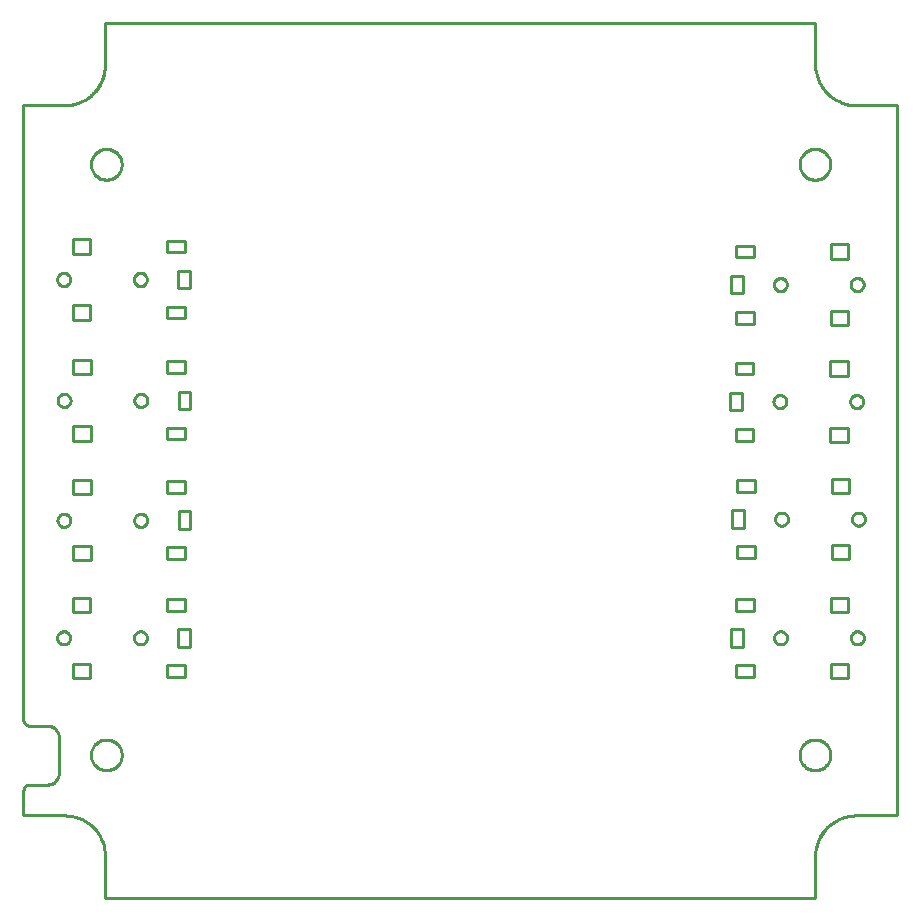
<source format=gko>
G04 EAGLE Gerber RS-274X export*
G75*
%MOMM*%
%FSLAX34Y34*%
%LPD*%
%IN*%
%IPPOS*%
%AMOC8*
5,1,8,0,0,1.08239X$1,22.5*%
G01*
%ADD10C,0.000000*%
%ADD11C,0.127000*%
%ADD12C,0.254000*%


D10*
X28800Y318800D02*
X28802Y318948D01*
X28808Y319096D01*
X28818Y319244D01*
X28832Y319392D01*
X28850Y319539D01*
X28872Y319686D01*
X28898Y319832D01*
X28927Y319977D01*
X28961Y320122D01*
X28999Y320265D01*
X29040Y320408D01*
X29085Y320549D01*
X29135Y320689D01*
X29187Y320827D01*
X29244Y320965D01*
X29304Y321100D01*
X29368Y321234D01*
X29435Y321366D01*
X29506Y321496D01*
X29581Y321625D01*
X29659Y321751D01*
X29740Y321875D01*
X29824Y321997D01*
X29912Y322116D01*
X30003Y322233D01*
X30097Y322348D01*
X30195Y322460D01*
X30295Y322569D01*
X30398Y322676D01*
X30504Y322780D01*
X30612Y322881D01*
X30724Y322979D01*
X30838Y323074D01*
X30954Y323165D01*
X31073Y323254D01*
X31194Y323339D01*
X31318Y323421D01*
X31444Y323500D01*
X31571Y323575D01*
X31701Y323647D01*
X31833Y323716D01*
X31966Y323780D01*
X32101Y323841D01*
X32238Y323899D01*
X32376Y323953D01*
X32516Y324003D01*
X32657Y324049D01*
X32799Y324091D01*
X32942Y324130D01*
X33086Y324164D01*
X33232Y324195D01*
X33377Y324222D01*
X33524Y324245D01*
X33671Y324264D01*
X33819Y324279D01*
X33966Y324290D01*
X34115Y324297D01*
X34263Y324300D01*
X34411Y324299D01*
X34559Y324294D01*
X34707Y324285D01*
X34855Y324272D01*
X35003Y324255D01*
X35149Y324234D01*
X35296Y324209D01*
X35441Y324180D01*
X35586Y324148D01*
X35729Y324111D01*
X35872Y324071D01*
X36014Y324026D01*
X36154Y323978D01*
X36293Y323926D01*
X36430Y323871D01*
X36566Y323811D01*
X36701Y323748D01*
X36833Y323682D01*
X36964Y323612D01*
X37093Y323538D01*
X37219Y323461D01*
X37344Y323381D01*
X37466Y323297D01*
X37587Y323210D01*
X37704Y323120D01*
X37820Y323026D01*
X37932Y322930D01*
X38042Y322831D01*
X38150Y322728D01*
X38254Y322623D01*
X38356Y322515D01*
X38454Y322404D01*
X38550Y322291D01*
X38643Y322175D01*
X38732Y322057D01*
X38818Y321936D01*
X38901Y321813D01*
X38981Y321688D01*
X39057Y321561D01*
X39130Y321431D01*
X39199Y321300D01*
X39264Y321167D01*
X39327Y321033D01*
X39385Y320896D01*
X39440Y320758D01*
X39490Y320619D01*
X39538Y320478D01*
X39581Y320337D01*
X39621Y320194D01*
X39656Y320050D01*
X39688Y319905D01*
X39716Y319759D01*
X39740Y319613D01*
X39760Y319466D01*
X39776Y319318D01*
X39788Y319171D01*
X39796Y319022D01*
X39800Y318874D01*
X39800Y318726D01*
X39796Y318578D01*
X39788Y318429D01*
X39776Y318282D01*
X39760Y318134D01*
X39740Y317987D01*
X39716Y317841D01*
X39688Y317695D01*
X39656Y317550D01*
X39621Y317406D01*
X39581Y317263D01*
X39538Y317122D01*
X39490Y316981D01*
X39440Y316842D01*
X39385Y316704D01*
X39327Y316567D01*
X39264Y316433D01*
X39199Y316300D01*
X39130Y316169D01*
X39057Y316039D01*
X38981Y315912D01*
X38901Y315787D01*
X38818Y315664D01*
X38732Y315543D01*
X38643Y315425D01*
X38550Y315309D01*
X38454Y315196D01*
X38356Y315085D01*
X38254Y314977D01*
X38150Y314872D01*
X38042Y314769D01*
X37932Y314670D01*
X37820Y314574D01*
X37704Y314480D01*
X37587Y314390D01*
X37466Y314303D01*
X37344Y314219D01*
X37219Y314139D01*
X37093Y314062D01*
X36964Y313988D01*
X36833Y313918D01*
X36701Y313852D01*
X36566Y313789D01*
X36430Y313729D01*
X36293Y313674D01*
X36154Y313622D01*
X36014Y313574D01*
X35872Y313529D01*
X35729Y313489D01*
X35586Y313452D01*
X35441Y313420D01*
X35296Y313391D01*
X35149Y313366D01*
X35003Y313345D01*
X34855Y313328D01*
X34707Y313315D01*
X34559Y313306D01*
X34411Y313301D01*
X34263Y313300D01*
X34115Y313303D01*
X33966Y313310D01*
X33819Y313321D01*
X33671Y313336D01*
X33524Y313355D01*
X33377Y313378D01*
X33232Y313405D01*
X33086Y313436D01*
X32942Y313470D01*
X32799Y313509D01*
X32657Y313551D01*
X32516Y313597D01*
X32376Y313647D01*
X32238Y313701D01*
X32101Y313759D01*
X31966Y313820D01*
X31833Y313884D01*
X31701Y313953D01*
X31571Y314025D01*
X31444Y314100D01*
X31318Y314179D01*
X31194Y314261D01*
X31073Y314346D01*
X30954Y314435D01*
X30838Y314526D01*
X30724Y314621D01*
X30612Y314719D01*
X30504Y314820D01*
X30398Y314924D01*
X30295Y315031D01*
X30195Y315140D01*
X30097Y315252D01*
X30003Y315367D01*
X29912Y315484D01*
X29824Y315603D01*
X29740Y315725D01*
X29659Y315849D01*
X29581Y315975D01*
X29506Y316104D01*
X29435Y316234D01*
X29368Y316366D01*
X29304Y316500D01*
X29244Y316635D01*
X29187Y316773D01*
X29135Y316911D01*
X29085Y317051D01*
X29040Y317192D01*
X28999Y317335D01*
X28961Y317478D01*
X28927Y317623D01*
X28898Y317768D01*
X28872Y317914D01*
X28850Y318061D01*
X28832Y318208D01*
X28818Y318356D01*
X28808Y318504D01*
X28802Y318652D01*
X28800Y318800D01*
X93800Y318800D02*
X93802Y318948D01*
X93808Y319096D01*
X93818Y319244D01*
X93832Y319392D01*
X93850Y319539D01*
X93872Y319686D01*
X93898Y319832D01*
X93927Y319977D01*
X93961Y320122D01*
X93999Y320265D01*
X94040Y320408D01*
X94085Y320549D01*
X94135Y320689D01*
X94187Y320827D01*
X94244Y320965D01*
X94304Y321100D01*
X94368Y321234D01*
X94435Y321366D01*
X94506Y321496D01*
X94581Y321625D01*
X94659Y321751D01*
X94740Y321875D01*
X94824Y321997D01*
X94912Y322116D01*
X95003Y322233D01*
X95097Y322348D01*
X95195Y322460D01*
X95295Y322569D01*
X95398Y322676D01*
X95504Y322780D01*
X95612Y322881D01*
X95724Y322979D01*
X95838Y323074D01*
X95954Y323165D01*
X96073Y323254D01*
X96194Y323339D01*
X96318Y323421D01*
X96444Y323500D01*
X96571Y323575D01*
X96701Y323647D01*
X96833Y323716D01*
X96966Y323780D01*
X97101Y323841D01*
X97238Y323899D01*
X97376Y323953D01*
X97516Y324003D01*
X97657Y324049D01*
X97799Y324091D01*
X97942Y324130D01*
X98086Y324164D01*
X98232Y324195D01*
X98377Y324222D01*
X98524Y324245D01*
X98671Y324264D01*
X98819Y324279D01*
X98966Y324290D01*
X99115Y324297D01*
X99263Y324300D01*
X99411Y324299D01*
X99559Y324294D01*
X99707Y324285D01*
X99855Y324272D01*
X100003Y324255D01*
X100149Y324234D01*
X100296Y324209D01*
X100441Y324180D01*
X100586Y324148D01*
X100729Y324111D01*
X100872Y324071D01*
X101014Y324026D01*
X101154Y323978D01*
X101293Y323926D01*
X101430Y323871D01*
X101566Y323811D01*
X101701Y323748D01*
X101833Y323682D01*
X101964Y323612D01*
X102093Y323538D01*
X102219Y323461D01*
X102344Y323381D01*
X102466Y323297D01*
X102587Y323210D01*
X102704Y323120D01*
X102820Y323026D01*
X102932Y322930D01*
X103042Y322831D01*
X103150Y322728D01*
X103254Y322623D01*
X103356Y322515D01*
X103454Y322404D01*
X103550Y322291D01*
X103643Y322175D01*
X103732Y322057D01*
X103818Y321936D01*
X103901Y321813D01*
X103981Y321688D01*
X104057Y321561D01*
X104130Y321431D01*
X104199Y321300D01*
X104264Y321167D01*
X104327Y321033D01*
X104385Y320896D01*
X104440Y320758D01*
X104490Y320619D01*
X104538Y320478D01*
X104581Y320337D01*
X104621Y320194D01*
X104656Y320050D01*
X104688Y319905D01*
X104716Y319759D01*
X104740Y319613D01*
X104760Y319466D01*
X104776Y319318D01*
X104788Y319171D01*
X104796Y319022D01*
X104800Y318874D01*
X104800Y318726D01*
X104796Y318578D01*
X104788Y318429D01*
X104776Y318282D01*
X104760Y318134D01*
X104740Y317987D01*
X104716Y317841D01*
X104688Y317695D01*
X104656Y317550D01*
X104621Y317406D01*
X104581Y317263D01*
X104538Y317122D01*
X104490Y316981D01*
X104440Y316842D01*
X104385Y316704D01*
X104327Y316567D01*
X104264Y316433D01*
X104199Y316300D01*
X104130Y316169D01*
X104057Y316039D01*
X103981Y315912D01*
X103901Y315787D01*
X103818Y315664D01*
X103732Y315543D01*
X103643Y315425D01*
X103550Y315309D01*
X103454Y315196D01*
X103356Y315085D01*
X103254Y314977D01*
X103150Y314872D01*
X103042Y314769D01*
X102932Y314670D01*
X102820Y314574D01*
X102704Y314480D01*
X102587Y314390D01*
X102466Y314303D01*
X102344Y314219D01*
X102219Y314139D01*
X102093Y314062D01*
X101964Y313988D01*
X101833Y313918D01*
X101701Y313852D01*
X101566Y313789D01*
X101430Y313729D01*
X101293Y313674D01*
X101154Y313622D01*
X101014Y313574D01*
X100872Y313529D01*
X100729Y313489D01*
X100586Y313452D01*
X100441Y313420D01*
X100296Y313391D01*
X100149Y313366D01*
X100003Y313345D01*
X99855Y313328D01*
X99707Y313315D01*
X99559Y313306D01*
X99411Y313301D01*
X99263Y313300D01*
X99115Y313303D01*
X98966Y313310D01*
X98819Y313321D01*
X98671Y313336D01*
X98524Y313355D01*
X98377Y313378D01*
X98232Y313405D01*
X98086Y313436D01*
X97942Y313470D01*
X97799Y313509D01*
X97657Y313551D01*
X97516Y313597D01*
X97376Y313647D01*
X97238Y313701D01*
X97101Y313759D01*
X96966Y313820D01*
X96833Y313884D01*
X96701Y313953D01*
X96571Y314025D01*
X96444Y314100D01*
X96318Y314179D01*
X96194Y314261D01*
X96073Y314346D01*
X95954Y314435D01*
X95838Y314526D01*
X95724Y314621D01*
X95612Y314719D01*
X95504Y314820D01*
X95398Y314924D01*
X95295Y315031D01*
X95195Y315140D01*
X95097Y315252D01*
X95003Y315367D01*
X94912Y315484D01*
X94824Y315603D01*
X94740Y315725D01*
X94659Y315849D01*
X94581Y315975D01*
X94506Y316104D01*
X94435Y316234D01*
X94368Y316366D01*
X94304Y316500D01*
X94244Y316635D01*
X94187Y316773D01*
X94135Y316911D01*
X94085Y317051D01*
X94040Y317192D01*
X93999Y317335D01*
X93961Y317478D01*
X93927Y317623D01*
X93898Y317768D01*
X93872Y317914D01*
X93850Y318061D01*
X93832Y318208D01*
X93818Y318356D01*
X93808Y318504D01*
X93802Y318652D01*
X93800Y318800D01*
X700400Y518400D02*
X700402Y518548D01*
X700408Y518696D01*
X700418Y518844D01*
X700432Y518992D01*
X700450Y519139D01*
X700472Y519286D01*
X700498Y519432D01*
X700527Y519577D01*
X700561Y519722D01*
X700599Y519865D01*
X700640Y520008D01*
X700685Y520149D01*
X700735Y520289D01*
X700787Y520427D01*
X700844Y520565D01*
X700904Y520700D01*
X700968Y520834D01*
X701035Y520966D01*
X701106Y521096D01*
X701181Y521225D01*
X701259Y521351D01*
X701340Y521475D01*
X701424Y521597D01*
X701512Y521716D01*
X701603Y521833D01*
X701697Y521948D01*
X701795Y522060D01*
X701895Y522169D01*
X701998Y522276D01*
X702104Y522380D01*
X702212Y522481D01*
X702324Y522579D01*
X702438Y522674D01*
X702554Y522765D01*
X702673Y522854D01*
X702794Y522939D01*
X702918Y523021D01*
X703044Y523100D01*
X703171Y523175D01*
X703301Y523247D01*
X703433Y523316D01*
X703566Y523380D01*
X703701Y523441D01*
X703838Y523499D01*
X703976Y523553D01*
X704116Y523603D01*
X704257Y523649D01*
X704399Y523691D01*
X704542Y523730D01*
X704686Y523764D01*
X704832Y523795D01*
X704977Y523822D01*
X705124Y523845D01*
X705271Y523864D01*
X705419Y523879D01*
X705566Y523890D01*
X705715Y523897D01*
X705863Y523900D01*
X706011Y523899D01*
X706159Y523894D01*
X706307Y523885D01*
X706455Y523872D01*
X706603Y523855D01*
X706749Y523834D01*
X706896Y523809D01*
X707041Y523780D01*
X707186Y523748D01*
X707329Y523711D01*
X707472Y523671D01*
X707614Y523626D01*
X707754Y523578D01*
X707893Y523526D01*
X708030Y523471D01*
X708166Y523411D01*
X708301Y523348D01*
X708433Y523282D01*
X708564Y523212D01*
X708693Y523138D01*
X708819Y523061D01*
X708944Y522981D01*
X709066Y522897D01*
X709187Y522810D01*
X709304Y522720D01*
X709420Y522626D01*
X709532Y522530D01*
X709642Y522431D01*
X709750Y522328D01*
X709854Y522223D01*
X709956Y522115D01*
X710054Y522004D01*
X710150Y521891D01*
X710243Y521775D01*
X710332Y521657D01*
X710418Y521536D01*
X710501Y521413D01*
X710581Y521288D01*
X710657Y521161D01*
X710730Y521031D01*
X710799Y520900D01*
X710864Y520767D01*
X710927Y520633D01*
X710985Y520496D01*
X711040Y520358D01*
X711090Y520219D01*
X711138Y520078D01*
X711181Y519937D01*
X711221Y519794D01*
X711256Y519650D01*
X711288Y519505D01*
X711316Y519359D01*
X711340Y519213D01*
X711360Y519066D01*
X711376Y518918D01*
X711388Y518771D01*
X711396Y518622D01*
X711400Y518474D01*
X711400Y518326D01*
X711396Y518178D01*
X711388Y518029D01*
X711376Y517882D01*
X711360Y517734D01*
X711340Y517587D01*
X711316Y517441D01*
X711288Y517295D01*
X711256Y517150D01*
X711221Y517006D01*
X711181Y516863D01*
X711138Y516722D01*
X711090Y516581D01*
X711040Y516442D01*
X710985Y516304D01*
X710927Y516167D01*
X710864Y516033D01*
X710799Y515900D01*
X710730Y515769D01*
X710657Y515639D01*
X710581Y515512D01*
X710501Y515387D01*
X710418Y515264D01*
X710332Y515143D01*
X710243Y515025D01*
X710150Y514909D01*
X710054Y514796D01*
X709956Y514685D01*
X709854Y514577D01*
X709750Y514472D01*
X709642Y514369D01*
X709532Y514270D01*
X709420Y514174D01*
X709304Y514080D01*
X709187Y513990D01*
X709066Y513903D01*
X708944Y513819D01*
X708819Y513739D01*
X708693Y513662D01*
X708564Y513588D01*
X708433Y513518D01*
X708301Y513452D01*
X708166Y513389D01*
X708030Y513329D01*
X707893Y513274D01*
X707754Y513222D01*
X707614Y513174D01*
X707472Y513129D01*
X707329Y513089D01*
X707186Y513052D01*
X707041Y513020D01*
X706896Y512991D01*
X706749Y512966D01*
X706603Y512945D01*
X706455Y512928D01*
X706307Y512915D01*
X706159Y512906D01*
X706011Y512901D01*
X705863Y512900D01*
X705715Y512903D01*
X705566Y512910D01*
X705419Y512921D01*
X705271Y512936D01*
X705124Y512955D01*
X704977Y512978D01*
X704832Y513005D01*
X704686Y513036D01*
X704542Y513070D01*
X704399Y513109D01*
X704257Y513151D01*
X704116Y513197D01*
X703976Y513247D01*
X703838Y513301D01*
X703701Y513359D01*
X703566Y513420D01*
X703433Y513484D01*
X703301Y513553D01*
X703171Y513625D01*
X703044Y513700D01*
X702918Y513779D01*
X702794Y513861D01*
X702673Y513946D01*
X702554Y514035D01*
X702438Y514126D01*
X702324Y514221D01*
X702212Y514319D01*
X702104Y514420D01*
X701998Y514524D01*
X701895Y514631D01*
X701795Y514740D01*
X701697Y514852D01*
X701603Y514967D01*
X701512Y515084D01*
X701424Y515203D01*
X701340Y515325D01*
X701259Y515449D01*
X701181Y515575D01*
X701106Y515704D01*
X701035Y515834D01*
X700968Y515966D01*
X700904Y516100D01*
X700844Y516235D01*
X700787Y516373D01*
X700735Y516511D01*
X700685Y516651D01*
X700640Y516792D01*
X700599Y516935D01*
X700561Y517078D01*
X700527Y517223D01*
X700498Y517368D01*
X700472Y517514D01*
X700450Y517661D01*
X700432Y517808D01*
X700418Y517956D01*
X700408Y518104D01*
X700402Y518252D01*
X700400Y518400D01*
X635400Y518400D02*
X635402Y518548D01*
X635408Y518696D01*
X635418Y518844D01*
X635432Y518992D01*
X635450Y519139D01*
X635472Y519286D01*
X635498Y519432D01*
X635527Y519577D01*
X635561Y519722D01*
X635599Y519865D01*
X635640Y520008D01*
X635685Y520149D01*
X635735Y520289D01*
X635787Y520427D01*
X635844Y520565D01*
X635904Y520700D01*
X635968Y520834D01*
X636035Y520966D01*
X636106Y521096D01*
X636181Y521225D01*
X636259Y521351D01*
X636340Y521475D01*
X636424Y521597D01*
X636512Y521716D01*
X636603Y521833D01*
X636697Y521948D01*
X636795Y522060D01*
X636895Y522169D01*
X636998Y522276D01*
X637104Y522380D01*
X637212Y522481D01*
X637324Y522579D01*
X637438Y522674D01*
X637554Y522765D01*
X637673Y522854D01*
X637794Y522939D01*
X637918Y523021D01*
X638044Y523100D01*
X638171Y523175D01*
X638301Y523247D01*
X638433Y523316D01*
X638566Y523380D01*
X638701Y523441D01*
X638838Y523499D01*
X638976Y523553D01*
X639116Y523603D01*
X639257Y523649D01*
X639399Y523691D01*
X639542Y523730D01*
X639686Y523764D01*
X639832Y523795D01*
X639977Y523822D01*
X640124Y523845D01*
X640271Y523864D01*
X640419Y523879D01*
X640566Y523890D01*
X640715Y523897D01*
X640863Y523900D01*
X641011Y523899D01*
X641159Y523894D01*
X641307Y523885D01*
X641455Y523872D01*
X641603Y523855D01*
X641749Y523834D01*
X641896Y523809D01*
X642041Y523780D01*
X642186Y523748D01*
X642329Y523711D01*
X642472Y523671D01*
X642614Y523626D01*
X642754Y523578D01*
X642893Y523526D01*
X643030Y523471D01*
X643166Y523411D01*
X643301Y523348D01*
X643433Y523282D01*
X643564Y523212D01*
X643693Y523138D01*
X643819Y523061D01*
X643944Y522981D01*
X644066Y522897D01*
X644187Y522810D01*
X644304Y522720D01*
X644420Y522626D01*
X644532Y522530D01*
X644642Y522431D01*
X644750Y522328D01*
X644854Y522223D01*
X644956Y522115D01*
X645054Y522004D01*
X645150Y521891D01*
X645243Y521775D01*
X645332Y521657D01*
X645418Y521536D01*
X645501Y521413D01*
X645581Y521288D01*
X645657Y521161D01*
X645730Y521031D01*
X645799Y520900D01*
X645864Y520767D01*
X645927Y520633D01*
X645985Y520496D01*
X646040Y520358D01*
X646090Y520219D01*
X646138Y520078D01*
X646181Y519937D01*
X646221Y519794D01*
X646256Y519650D01*
X646288Y519505D01*
X646316Y519359D01*
X646340Y519213D01*
X646360Y519066D01*
X646376Y518918D01*
X646388Y518771D01*
X646396Y518622D01*
X646400Y518474D01*
X646400Y518326D01*
X646396Y518178D01*
X646388Y518029D01*
X646376Y517882D01*
X646360Y517734D01*
X646340Y517587D01*
X646316Y517441D01*
X646288Y517295D01*
X646256Y517150D01*
X646221Y517006D01*
X646181Y516863D01*
X646138Y516722D01*
X646090Y516581D01*
X646040Y516442D01*
X645985Y516304D01*
X645927Y516167D01*
X645864Y516033D01*
X645799Y515900D01*
X645730Y515769D01*
X645657Y515639D01*
X645581Y515512D01*
X645501Y515387D01*
X645418Y515264D01*
X645332Y515143D01*
X645243Y515025D01*
X645150Y514909D01*
X645054Y514796D01*
X644956Y514685D01*
X644854Y514577D01*
X644750Y514472D01*
X644642Y514369D01*
X644532Y514270D01*
X644420Y514174D01*
X644304Y514080D01*
X644187Y513990D01*
X644066Y513903D01*
X643944Y513819D01*
X643819Y513739D01*
X643693Y513662D01*
X643564Y513588D01*
X643433Y513518D01*
X643301Y513452D01*
X643166Y513389D01*
X643030Y513329D01*
X642893Y513274D01*
X642754Y513222D01*
X642614Y513174D01*
X642472Y513129D01*
X642329Y513089D01*
X642186Y513052D01*
X642041Y513020D01*
X641896Y512991D01*
X641749Y512966D01*
X641603Y512945D01*
X641455Y512928D01*
X641307Y512915D01*
X641159Y512906D01*
X641011Y512901D01*
X640863Y512900D01*
X640715Y512903D01*
X640566Y512910D01*
X640419Y512921D01*
X640271Y512936D01*
X640124Y512955D01*
X639977Y512978D01*
X639832Y513005D01*
X639686Y513036D01*
X639542Y513070D01*
X639399Y513109D01*
X639257Y513151D01*
X639116Y513197D01*
X638976Y513247D01*
X638838Y513301D01*
X638701Y513359D01*
X638566Y513420D01*
X638433Y513484D01*
X638301Y513553D01*
X638171Y513625D01*
X638044Y513700D01*
X637918Y513779D01*
X637794Y513861D01*
X637673Y513946D01*
X637554Y514035D01*
X637438Y514126D01*
X637324Y514221D01*
X637212Y514319D01*
X637104Y514420D01*
X636998Y514524D01*
X636895Y514631D01*
X636795Y514740D01*
X636697Y514852D01*
X636603Y514967D01*
X636512Y515084D01*
X636424Y515203D01*
X636340Y515325D01*
X636259Y515449D01*
X636181Y515575D01*
X636106Y515704D01*
X636035Y515834D01*
X635968Y515966D01*
X635904Y516100D01*
X635844Y516235D01*
X635787Y516373D01*
X635735Y516511D01*
X635685Y516651D01*
X635640Y516792D01*
X635599Y516935D01*
X635561Y517078D01*
X635527Y517223D01*
X635498Y517368D01*
X635472Y517514D01*
X635450Y517661D01*
X635432Y517808D01*
X635418Y517956D01*
X635408Y518104D01*
X635402Y518252D01*
X635400Y518400D01*
X28900Y420300D02*
X28902Y420448D01*
X28908Y420596D01*
X28918Y420744D01*
X28932Y420892D01*
X28950Y421039D01*
X28972Y421186D01*
X28998Y421332D01*
X29027Y421477D01*
X29061Y421622D01*
X29099Y421765D01*
X29140Y421908D01*
X29185Y422049D01*
X29235Y422189D01*
X29287Y422327D01*
X29344Y422465D01*
X29404Y422600D01*
X29468Y422734D01*
X29535Y422866D01*
X29606Y422996D01*
X29681Y423125D01*
X29759Y423251D01*
X29840Y423375D01*
X29924Y423497D01*
X30012Y423616D01*
X30103Y423733D01*
X30197Y423848D01*
X30295Y423960D01*
X30395Y424069D01*
X30498Y424176D01*
X30604Y424280D01*
X30712Y424381D01*
X30824Y424479D01*
X30938Y424574D01*
X31054Y424665D01*
X31173Y424754D01*
X31294Y424839D01*
X31418Y424921D01*
X31544Y425000D01*
X31671Y425075D01*
X31801Y425147D01*
X31933Y425216D01*
X32066Y425280D01*
X32201Y425341D01*
X32338Y425399D01*
X32476Y425453D01*
X32616Y425503D01*
X32757Y425549D01*
X32899Y425591D01*
X33042Y425630D01*
X33186Y425664D01*
X33332Y425695D01*
X33477Y425722D01*
X33624Y425745D01*
X33771Y425764D01*
X33919Y425779D01*
X34066Y425790D01*
X34215Y425797D01*
X34363Y425800D01*
X34511Y425799D01*
X34659Y425794D01*
X34807Y425785D01*
X34955Y425772D01*
X35103Y425755D01*
X35249Y425734D01*
X35396Y425709D01*
X35541Y425680D01*
X35686Y425648D01*
X35829Y425611D01*
X35972Y425571D01*
X36114Y425526D01*
X36254Y425478D01*
X36393Y425426D01*
X36530Y425371D01*
X36666Y425311D01*
X36801Y425248D01*
X36933Y425182D01*
X37064Y425112D01*
X37193Y425038D01*
X37319Y424961D01*
X37444Y424881D01*
X37566Y424797D01*
X37687Y424710D01*
X37804Y424620D01*
X37920Y424526D01*
X38032Y424430D01*
X38142Y424331D01*
X38250Y424228D01*
X38354Y424123D01*
X38456Y424015D01*
X38554Y423904D01*
X38650Y423791D01*
X38743Y423675D01*
X38832Y423557D01*
X38918Y423436D01*
X39001Y423313D01*
X39081Y423188D01*
X39157Y423061D01*
X39230Y422931D01*
X39299Y422800D01*
X39364Y422667D01*
X39427Y422533D01*
X39485Y422396D01*
X39540Y422258D01*
X39590Y422119D01*
X39638Y421978D01*
X39681Y421837D01*
X39721Y421694D01*
X39756Y421550D01*
X39788Y421405D01*
X39816Y421259D01*
X39840Y421113D01*
X39860Y420966D01*
X39876Y420818D01*
X39888Y420671D01*
X39896Y420522D01*
X39900Y420374D01*
X39900Y420226D01*
X39896Y420078D01*
X39888Y419929D01*
X39876Y419782D01*
X39860Y419634D01*
X39840Y419487D01*
X39816Y419341D01*
X39788Y419195D01*
X39756Y419050D01*
X39721Y418906D01*
X39681Y418763D01*
X39638Y418622D01*
X39590Y418481D01*
X39540Y418342D01*
X39485Y418204D01*
X39427Y418067D01*
X39364Y417933D01*
X39299Y417800D01*
X39230Y417669D01*
X39157Y417539D01*
X39081Y417412D01*
X39001Y417287D01*
X38918Y417164D01*
X38832Y417043D01*
X38743Y416925D01*
X38650Y416809D01*
X38554Y416696D01*
X38456Y416585D01*
X38354Y416477D01*
X38250Y416372D01*
X38142Y416269D01*
X38032Y416170D01*
X37920Y416074D01*
X37804Y415980D01*
X37687Y415890D01*
X37566Y415803D01*
X37444Y415719D01*
X37319Y415639D01*
X37193Y415562D01*
X37064Y415488D01*
X36933Y415418D01*
X36801Y415352D01*
X36666Y415289D01*
X36530Y415229D01*
X36393Y415174D01*
X36254Y415122D01*
X36114Y415074D01*
X35972Y415029D01*
X35829Y414989D01*
X35686Y414952D01*
X35541Y414920D01*
X35396Y414891D01*
X35249Y414866D01*
X35103Y414845D01*
X34955Y414828D01*
X34807Y414815D01*
X34659Y414806D01*
X34511Y414801D01*
X34363Y414800D01*
X34215Y414803D01*
X34066Y414810D01*
X33919Y414821D01*
X33771Y414836D01*
X33624Y414855D01*
X33477Y414878D01*
X33332Y414905D01*
X33186Y414936D01*
X33042Y414970D01*
X32899Y415009D01*
X32757Y415051D01*
X32616Y415097D01*
X32476Y415147D01*
X32338Y415201D01*
X32201Y415259D01*
X32066Y415320D01*
X31933Y415384D01*
X31801Y415453D01*
X31671Y415525D01*
X31544Y415600D01*
X31418Y415679D01*
X31294Y415761D01*
X31173Y415846D01*
X31054Y415935D01*
X30938Y416026D01*
X30824Y416121D01*
X30712Y416219D01*
X30604Y416320D01*
X30498Y416424D01*
X30395Y416531D01*
X30295Y416640D01*
X30197Y416752D01*
X30103Y416867D01*
X30012Y416984D01*
X29924Y417103D01*
X29840Y417225D01*
X29759Y417349D01*
X29681Y417475D01*
X29606Y417604D01*
X29535Y417734D01*
X29468Y417866D01*
X29404Y418000D01*
X29344Y418135D01*
X29287Y418273D01*
X29235Y418411D01*
X29185Y418551D01*
X29140Y418692D01*
X29099Y418835D01*
X29061Y418978D01*
X29027Y419123D01*
X28998Y419268D01*
X28972Y419414D01*
X28950Y419561D01*
X28932Y419708D01*
X28918Y419856D01*
X28908Y420004D01*
X28902Y420152D01*
X28900Y420300D01*
X93900Y420300D02*
X93902Y420448D01*
X93908Y420596D01*
X93918Y420744D01*
X93932Y420892D01*
X93950Y421039D01*
X93972Y421186D01*
X93998Y421332D01*
X94027Y421477D01*
X94061Y421622D01*
X94099Y421765D01*
X94140Y421908D01*
X94185Y422049D01*
X94235Y422189D01*
X94287Y422327D01*
X94344Y422465D01*
X94404Y422600D01*
X94468Y422734D01*
X94535Y422866D01*
X94606Y422996D01*
X94681Y423125D01*
X94759Y423251D01*
X94840Y423375D01*
X94924Y423497D01*
X95012Y423616D01*
X95103Y423733D01*
X95197Y423848D01*
X95295Y423960D01*
X95395Y424069D01*
X95498Y424176D01*
X95604Y424280D01*
X95712Y424381D01*
X95824Y424479D01*
X95938Y424574D01*
X96054Y424665D01*
X96173Y424754D01*
X96294Y424839D01*
X96418Y424921D01*
X96544Y425000D01*
X96671Y425075D01*
X96801Y425147D01*
X96933Y425216D01*
X97066Y425280D01*
X97201Y425341D01*
X97338Y425399D01*
X97476Y425453D01*
X97616Y425503D01*
X97757Y425549D01*
X97899Y425591D01*
X98042Y425630D01*
X98186Y425664D01*
X98332Y425695D01*
X98477Y425722D01*
X98624Y425745D01*
X98771Y425764D01*
X98919Y425779D01*
X99066Y425790D01*
X99215Y425797D01*
X99363Y425800D01*
X99511Y425799D01*
X99659Y425794D01*
X99807Y425785D01*
X99955Y425772D01*
X100103Y425755D01*
X100249Y425734D01*
X100396Y425709D01*
X100541Y425680D01*
X100686Y425648D01*
X100829Y425611D01*
X100972Y425571D01*
X101114Y425526D01*
X101254Y425478D01*
X101393Y425426D01*
X101530Y425371D01*
X101666Y425311D01*
X101801Y425248D01*
X101933Y425182D01*
X102064Y425112D01*
X102193Y425038D01*
X102319Y424961D01*
X102444Y424881D01*
X102566Y424797D01*
X102687Y424710D01*
X102804Y424620D01*
X102920Y424526D01*
X103032Y424430D01*
X103142Y424331D01*
X103250Y424228D01*
X103354Y424123D01*
X103456Y424015D01*
X103554Y423904D01*
X103650Y423791D01*
X103743Y423675D01*
X103832Y423557D01*
X103918Y423436D01*
X104001Y423313D01*
X104081Y423188D01*
X104157Y423061D01*
X104230Y422931D01*
X104299Y422800D01*
X104364Y422667D01*
X104427Y422533D01*
X104485Y422396D01*
X104540Y422258D01*
X104590Y422119D01*
X104638Y421978D01*
X104681Y421837D01*
X104721Y421694D01*
X104756Y421550D01*
X104788Y421405D01*
X104816Y421259D01*
X104840Y421113D01*
X104860Y420966D01*
X104876Y420818D01*
X104888Y420671D01*
X104896Y420522D01*
X104900Y420374D01*
X104900Y420226D01*
X104896Y420078D01*
X104888Y419929D01*
X104876Y419782D01*
X104860Y419634D01*
X104840Y419487D01*
X104816Y419341D01*
X104788Y419195D01*
X104756Y419050D01*
X104721Y418906D01*
X104681Y418763D01*
X104638Y418622D01*
X104590Y418481D01*
X104540Y418342D01*
X104485Y418204D01*
X104427Y418067D01*
X104364Y417933D01*
X104299Y417800D01*
X104230Y417669D01*
X104157Y417539D01*
X104081Y417412D01*
X104001Y417287D01*
X103918Y417164D01*
X103832Y417043D01*
X103743Y416925D01*
X103650Y416809D01*
X103554Y416696D01*
X103456Y416585D01*
X103354Y416477D01*
X103250Y416372D01*
X103142Y416269D01*
X103032Y416170D01*
X102920Y416074D01*
X102804Y415980D01*
X102687Y415890D01*
X102566Y415803D01*
X102444Y415719D01*
X102319Y415639D01*
X102193Y415562D01*
X102064Y415488D01*
X101933Y415418D01*
X101801Y415352D01*
X101666Y415289D01*
X101530Y415229D01*
X101393Y415174D01*
X101254Y415122D01*
X101114Y415074D01*
X100972Y415029D01*
X100829Y414989D01*
X100686Y414952D01*
X100541Y414920D01*
X100396Y414891D01*
X100249Y414866D01*
X100103Y414845D01*
X99955Y414828D01*
X99807Y414815D01*
X99659Y414806D01*
X99511Y414801D01*
X99363Y414800D01*
X99215Y414803D01*
X99066Y414810D01*
X98919Y414821D01*
X98771Y414836D01*
X98624Y414855D01*
X98477Y414878D01*
X98332Y414905D01*
X98186Y414936D01*
X98042Y414970D01*
X97899Y415009D01*
X97757Y415051D01*
X97616Y415097D01*
X97476Y415147D01*
X97338Y415201D01*
X97201Y415259D01*
X97066Y415320D01*
X96933Y415384D01*
X96801Y415453D01*
X96671Y415525D01*
X96544Y415600D01*
X96418Y415679D01*
X96294Y415761D01*
X96173Y415846D01*
X96054Y415935D01*
X95938Y416026D01*
X95824Y416121D01*
X95712Y416219D01*
X95604Y416320D01*
X95498Y416424D01*
X95395Y416531D01*
X95295Y416640D01*
X95197Y416752D01*
X95103Y416867D01*
X95012Y416984D01*
X94924Y417103D01*
X94840Y417225D01*
X94759Y417349D01*
X94681Y417475D01*
X94606Y417604D01*
X94535Y417734D01*
X94468Y417866D01*
X94404Y418000D01*
X94344Y418135D01*
X94287Y418273D01*
X94235Y418411D01*
X94185Y418551D01*
X94140Y418692D01*
X94099Y418835D01*
X94061Y418978D01*
X94027Y419123D01*
X93998Y419268D01*
X93972Y419414D01*
X93950Y419561D01*
X93932Y419708D01*
X93918Y419856D01*
X93908Y420004D01*
X93902Y420152D01*
X93900Y420300D01*
X28600Y522700D02*
X28602Y522848D01*
X28608Y522996D01*
X28618Y523144D01*
X28632Y523292D01*
X28650Y523439D01*
X28672Y523586D01*
X28698Y523732D01*
X28727Y523877D01*
X28761Y524022D01*
X28799Y524165D01*
X28840Y524308D01*
X28885Y524449D01*
X28935Y524589D01*
X28987Y524727D01*
X29044Y524865D01*
X29104Y525000D01*
X29168Y525134D01*
X29235Y525266D01*
X29306Y525396D01*
X29381Y525525D01*
X29459Y525651D01*
X29540Y525775D01*
X29624Y525897D01*
X29712Y526016D01*
X29803Y526133D01*
X29897Y526248D01*
X29995Y526360D01*
X30095Y526469D01*
X30198Y526576D01*
X30304Y526680D01*
X30412Y526781D01*
X30524Y526879D01*
X30638Y526974D01*
X30754Y527065D01*
X30873Y527154D01*
X30994Y527239D01*
X31118Y527321D01*
X31244Y527400D01*
X31371Y527475D01*
X31501Y527547D01*
X31633Y527616D01*
X31766Y527680D01*
X31901Y527741D01*
X32038Y527799D01*
X32176Y527853D01*
X32316Y527903D01*
X32457Y527949D01*
X32599Y527991D01*
X32742Y528030D01*
X32886Y528064D01*
X33032Y528095D01*
X33177Y528122D01*
X33324Y528145D01*
X33471Y528164D01*
X33619Y528179D01*
X33766Y528190D01*
X33915Y528197D01*
X34063Y528200D01*
X34211Y528199D01*
X34359Y528194D01*
X34507Y528185D01*
X34655Y528172D01*
X34803Y528155D01*
X34949Y528134D01*
X35096Y528109D01*
X35241Y528080D01*
X35386Y528048D01*
X35529Y528011D01*
X35672Y527971D01*
X35814Y527926D01*
X35954Y527878D01*
X36093Y527826D01*
X36230Y527771D01*
X36366Y527711D01*
X36501Y527648D01*
X36633Y527582D01*
X36764Y527512D01*
X36893Y527438D01*
X37019Y527361D01*
X37144Y527281D01*
X37266Y527197D01*
X37387Y527110D01*
X37504Y527020D01*
X37620Y526926D01*
X37732Y526830D01*
X37842Y526731D01*
X37950Y526628D01*
X38054Y526523D01*
X38156Y526415D01*
X38254Y526304D01*
X38350Y526191D01*
X38443Y526075D01*
X38532Y525957D01*
X38618Y525836D01*
X38701Y525713D01*
X38781Y525588D01*
X38857Y525461D01*
X38930Y525331D01*
X38999Y525200D01*
X39064Y525067D01*
X39127Y524933D01*
X39185Y524796D01*
X39240Y524658D01*
X39290Y524519D01*
X39338Y524378D01*
X39381Y524237D01*
X39421Y524094D01*
X39456Y523950D01*
X39488Y523805D01*
X39516Y523659D01*
X39540Y523513D01*
X39560Y523366D01*
X39576Y523218D01*
X39588Y523071D01*
X39596Y522922D01*
X39600Y522774D01*
X39600Y522626D01*
X39596Y522478D01*
X39588Y522329D01*
X39576Y522182D01*
X39560Y522034D01*
X39540Y521887D01*
X39516Y521741D01*
X39488Y521595D01*
X39456Y521450D01*
X39421Y521306D01*
X39381Y521163D01*
X39338Y521022D01*
X39290Y520881D01*
X39240Y520742D01*
X39185Y520604D01*
X39127Y520467D01*
X39064Y520333D01*
X38999Y520200D01*
X38930Y520069D01*
X38857Y519939D01*
X38781Y519812D01*
X38701Y519687D01*
X38618Y519564D01*
X38532Y519443D01*
X38443Y519325D01*
X38350Y519209D01*
X38254Y519096D01*
X38156Y518985D01*
X38054Y518877D01*
X37950Y518772D01*
X37842Y518669D01*
X37732Y518570D01*
X37620Y518474D01*
X37504Y518380D01*
X37387Y518290D01*
X37266Y518203D01*
X37144Y518119D01*
X37019Y518039D01*
X36893Y517962D01*
X36764Y517888D01*
X36633Y517818D01*
X36501Y517752D01*
X36366Y517689D01*
X36230Y517629D01*
X36093Y517574D01*
X35954Y517522D01*
X35814Y517474D01*
X35672Y517429D01*
X35529Y517389D01*
X35386Y517352D01*
X35241Y517320D01*
X35096Y517291D01*
X34949Y517266D01*
X34803Y517245D01*
X34655Y517228D01*
X34507Y517215D01*
X34359Y517206D01*
X34211Y517201D01*
X34063Y517200D01*
X33915Y517203D01*
X33766Y517210D01*
X33619Y517221D01*
X33471Y517236D01*
X33324Y517255D01*
X33177Y517278D01*
X33032Y517305D01*
X32886Y517336D01*
X32742Y517370D01*
X32599Y517409D01*
X32457Y517451D01*
X32316Y517497D01*
X32176Y517547D01*
X32038Y517601D01*
X31901Y517659D01*
X31766Y517720D01*
X31633Y517784D01*
X31501Y517853D01*
X31371Y517925D01*
X31244Y518000D01*
X31118Y518079D01*
X30994Y518161D01*
X30873Y518246D01*
X30754Y518335D01*
X30638Y518426D01*
X30524Y518521D01*
X30412Y518619D01*
X30304Y518720D01*
X30198Y518824D01*
X30095Y518931D01*
X29995Y519040D01*
X29897Y519152D01*
X29803Y519267D01*
X29712Y519384D01*
X29624Y519503D01*
X29540Y519625D01*
X29459Y519749D01*
X29381Y519875D01*
X29306Y520004D01*
X29235Y520134D01*
X29168Y520266D01*
X29104Y520400D01*
X29044Y520535D01*
X28987Y520673D01*
X28935Y520811D01*
X28885Y520951D01*
X28840Y521092D01*
X28799Y521235D01*
X28761Y521378D01*
X28727Y521523D01*
X28698Y521668D01*
X28672Y521814D01*
X28650Y521961D01*
X28632Y522108D01*
X28618Y522256D01*
X28608Y522404D01*
X28602Y522552D01*
X28600Y522700D01*
X93600Y522700D02*
X93602Y522848D01*
X93608Y522996D01*
X93618Y523144D01*
X93632Y523292D01*
X93650Y523439D01*
X93672Y523586D01*
X93698Y523732D01*
X93727Y523877D01*
X93761Y524022D01*
X93799Y524165D01*
X93840Y524308D01*
X93885Y524449D01*
X93935Y524589D01*
X93987Y524727D01*
X94044Y524865D01*
X94104Y525000D01*
X94168Y525134D01*
X94235Y525266D01*
X94306Y525396D01*
X94381Y525525D01*
X94459Y525651D01*
X94540Y525775D01*
X94624Y525897D01*
X94712Y526016D01*
X94803Y526133D01*
X94897Y526248D01*
X94995Y526360D01*
X95095Y526469D01*
X95198Y526576D01*
X95304Y526680D01*
X95412Y526781D01*
X95524Y526879D01*
X95638Y526974D01*
X95754Y527065D01*
X95873Y527154D01*
X95994Y527239D01*
X96118Y527321D01*
X96244Y527400D01*
X96371Y527475D01*
X96501Y527547D01*
X96633Y527616D01*
X96766Y527680D01*
X96901Y527741D01*
X97038Y527799D01*
X97176Y527853D01*
X97316Y527903D01*
X97457Y527949D01*
X97599Y527991D01*
X97742Y528030D01*
X97886Y528064D01*
X98032Y528095D01*
X98177Y528122D01*
X98324Y528145D01*
X98471Y528164D01*
X98619Y528179D01*
X98766Y528190D01*
X98915Y528197D01*
X99063Y528200D01*
X99211Y528199D01*
X99359Y528194D01*
X99507Y528185D01*
X99655Y528172D01*
X99803Y528155D01*
X99949Y528134D01*
X100096Y528109D01*
X100241Y528080D01*
X100386Y528048D01*
X100529Y528011D01*
X100672Y527971D01*
X100814Y527926D01*
X100954Y527878D01*
X101093Y527826D01*
X101230Y527771D01*
X101366Y527711D01*
X101501Y527648D01*
X101633Y527582D01*
X101764Y527512D01*
X101893Y527438D01*
X102019Y527361D01*
X102144Y527281D01*
X102266Y527197D01*
X102387Y527110D01*
X102504Y527020D01*
X102620Y526926D01*
X102732Y526830D01*
X102842Y526731D01*
X102950Y526628D01*
X103054Y526523D01*
X103156Y526415D01*
X103254Y526304D01*
X103350Y526191D01*
X103443Y526075D01*
X103532Y525957D01*
X103618Y525836D01*
X103701Y525713D01*
X103781Y525588D01*
X103857Y525461D01*
X103930Y525331D01*
X103999Y525200D01*
X104064Y525067D01*
X104127Y524933D01*
X104185Y524796D01*
X104240Y524658D01*
X104290Y524519D01*
X104338Y524378D01*
X104381Y524237D01*
X104421Y524094D01*
X104456Y523950D01*
X104488Y523805D01*
X104516Y523659D01*
X104540Y523513D01*
X104560Y523366D01*
X104576Y523218D01*
X104588Y523071D01*
X104596Y522922D01*
X104600Y522774D01*
X104600Y522626D01*
X104596Y522478D01*
X104588Y522329D01*
X104576Y522182D01*
X104560Y522034D01*
X104540Y521887D01*
X104516Y521741D01*
X104488Y521595D01*
X104456Y521450D01*
X104421Y521306D01*
X104381Y521163D01*
X104338Y521022D01*
X104290Y520881D01*
X104240Y520742D01*
X104185Y520604D01*
X104127Y520467D01*
X104064Y520333D01*
X103999Y520200D01*
X103930Y520069D01*
X103857Y519939D01*
X103781Y519812D01*
X103701Y519687D01*
X103618Y519564D01*
X103532Y519443D01*
X103443Y519325D01*
X103350Y519209D01*
X103254Y519096D01*
X103156Y518985D01*
X103054Y518877D01*
X102950Y518772D01*
X102842Y518669D01*
X102732Y518570D01*
X102620Y518474D01*
X102504Y518380D01*
X102387Y518290D01*
X102266Y518203D01*
X102144Y518119D01*
X102019Y518039D01*
X101893Y517962D01*
X101764Y517888D01*
X101633Y517818D01*
X101501Y517752D01*
X101366Y517689D01*
X101230Y517629D01*
X101093Y517574D01*
X100954Y517522D01*
X100814Y517474D01*
X100672Y517429D01*
X100529Y517389D01*
X100386Y517352D01*
X100241Y517320D01*
X100096Y517291D01*
X99949Y517266D01*
X99803Y517245D01*
X99655Y517228D01*
X99507Y517215D01*
X99359Y517206D01*
X99211Y517201D01*
X99063Y517200D01*
X98915Y517203D01*
X98766Y517210D01*
X98619Y517221D01*
X98471Y517236D01*
X98324Y517255D01*
X98177Y517278D01*
X98032Y517305D01*
X97886Y517336D01*
X97742Y517370D01*
X97599Y517409D01*
X97457Y517451D01*
X97316Y517497D01*
X97176Y517547D01*
X97038Y517601D01*
X96901Y517659D01*
X96766Y517720D01*
X96633Y517784D01*
X96501Y517853D01*
X96371Y517925D01*
X96244Y518000D01*
X96118Y518079D01*
X95994Y518161D01*
X95873Y518246D01*
X95754Y518335D01*
X95638Y518426D01*
X95524Y518521D01*
X95412Y518619D01*
X95304Y518720D01*
X95198Y518824D01*
X95095Y518931D01*
X94995Y519040D01*
X94897Y519152D01*
X94803Y519267D01*
X94712Y519384D01*
X94624Y519503D01*
X94540Y519625D01*
X94459Y519749D01*
X94381Y519875D01*
X94306Y520004D01*
X94235Y520134D01*
X94168Y520266D01*
X94104Y520400D01*
X94044Y520535D01*
X93987Y520673D01*
X93935Y520811D01*
X93885Y520951D01*
X93840Y521092D01*
X93799Y521235D01*
X93761Y521378D01*
X93727Y521523D01*
X93698Y521668D01*
X93672Y521814D01*
X93650Y521961D01*
X93632Y522108D01*
X93618Y522256D01*
X93608Y522404D01*
X93602Y522552D01*
X93600Y522700D01*
X700000Y419300D02*
X700002Y419448D01*
X700008Y419596D01*
X700018Y419744D01*
X700032Y419892D01*
X700050Y420039D01*
X700072Y420186D01*
X700098Y420332D01*
X700127Y420477D01*
X700161Y420622D01*
X700199Y420765D01*
X700240Y420908D01*
X700285Y421049D01*
X700335Y421189D01*
X700387Y421327D01*
X700444Y421465D01*
X700504Y421600D01*
X700568Y421734D01*
X700635Y421866D01*
X700706Y421996D01*
X700781Y422125D01*
X700859Y422251D01*
X700940Y422375D01*
X701024Y422497D01*
X701112Y422616D01*
X701203Y422733D01*
X701297Y422848D01*
X701395Y422960D01*
X701495Y423069D01*
X701598Y423176D01*
X701704Y423280D01*
X701812Y423381D01*
X701924Y423479D01*
X702038Y423574D01*
X702154Y423665D01*
X702273Y423754D01*
X702394Y423839D01*
X702518Y423921D01*
X702644Y424000D01*
X702771Y424075D01*
X702901Y424147D01*
X703033Y424216D01*
X703166Y424280D01*
X703301Y424341D01*
X703438Y424399D01*
X703576Y424453D01*
X703716Y424503D01*
X703857Y424549D01*
X703999Y424591D01*
X704142Y424630D01*
X704286Y424664D01*
X704432Y424695D01*
X704577Y424722D01*
X704724Y424745D01*
X704871Y424764D01*
X705019Y424779D01*
X705166Y424790D01*
X705315Y424797D01*
X705463Y424800D01*
X705611Y424799D01*
X705759Y424794D01*
X705907Y424785D01*
X706055Y424772D01*
X706203Y424755D01*
X706349Y424734D01*
X706496Y424709D01*
X706641Y424680D01*
X706786Y424648D01*
X706929Y424611D01*
X707072Y424571D01*
X707214Y424526D01*
X707354Y424478D01*
X707493Y424426D01*
X707630Y424371D01*
X707766Y424311D01*
X707901Y424248D01*
X708033Y424182D01*
X708164Y424112D01*
X708293Y424038D01*
X708419Y423961D01*
X708544Y423881D01*
X708666Y423797D01*
X708787Y423710D01*
X708904Y423620D01*
X709020Y423526D01*
X709132Y423430D01*
X709242Y423331D01*
X709350Y423228D01*
X709454Y423123D01*
X709556Y423015D01*
X709654Y422904D01*
X709750Y422791D01*
X709843Y422675D01*
X709932Y422557D01*
X710018Y422436D01*
X710101Y422313D01*
X710181Y422188D01*
X710257Y422061D01*
X710330Y421931D01*
X710399Y421800D01*
X710464Y421667D01*
X710527Y421533D01*
X710585Y421396D01*
X710640Y421258D01*
X710690Y421119D01*
X710738Y420978D01*
X710781Y420837D01*
X710821Y420694D01*
X710856Y420550D01*
X710888Y420405D01*
X710916Y420259D01*
X710940Y420113D01*
X710960Y419966D01*
X710976Y419818D01*
X710988Y419671D01*
X710996Y419522D01*
X711000Y419374D01*
X711000Y419226D01*
X710996Y419078D01*
X710988Y418929D01*
X710976Y418782D01*
X710960Y418634D01*
X710940Y418487D01*
X710916Y418341D01*
X710888Y418195D01*
X710856Y418050D01*
X710821Y417906D01*
X710781Y417763D01*
X710738Y417622D01*
X710690Y417481D01*
X710640Y417342D01*
X710585Y417204D01*
X710527Y417067D01*
X710464Y416933D01*
X710399Y416800D01*
X710330Y416669D01*
X710257Y416539D01*
X710181Y416412D01*
X710101Y416287D01*
X710018Y416164D01*
X709932Y416043D01*
X709843Y415925D01*
X709750Y415809D01*
X709654Y415696D01*
X709556Y415585D01*
X709454Y415477D01*
X709350Y415372D01*
X709242Y415269D01*
X709132Y415170D01*
X709020Y415074D01*
X708904Y414980D01*
X708787Y414890D01*
X708666Y414803D01*
X708544Y414719D01*
X708419Y414639D01*
X708293Y414562D01*
X708164Y414488D01*
X708033Y414418D01*
X707901Y414352D01*
X707766Y414289D01*
X707630Y414229D01*
X707493Y414174D01*
X707354Y414122D01*
X707214Y414074D01*
X707072Y414029D01*
X706929Y413989D01*
X706786Y413952D01*
X706641Y413920D01*
X706496Y413891D01*
X706349Y413866D01*
X706203Y413845D01*
X706055Y413828D01*
X705907Y413815D01*
X705759Y413806D01*
X705611Y413801D01*
X705463Y413800D01*
X705315Y413803D01*
X705166Y413810D01*
X705019Y413821D01*
X704871Y413836D01*
X704724Y413855D01*
X704577Y413878D01*
X704432Y413905D01*
X704286Y413936D01*
X704142Y413970D01*
X703999Y414009D01*
X703857Y414051D01*
X703716Y414097D01*
X703576Y414147D01*
X703438Y414201D01*
X703301Y414259D01*
X703166Y414320D01*
X703033Y414384D01*
X702901Y414453D01*
X702771Y414525D01*
X702644Y414600D01*
X702518Y414679D01*
X702394Y414761D01*
X702273Y414846D01*
X702154Y414935D01*
X702038Y415026D01*
X701924Y415121D01*
X701812Y415219D01*
X701704Y415320D01*
X701598Y415424D01*
X701495Y415531D01*
X701395Y415640D01*
X701297Y415752D01*
X701203Y415867D01*
X701112Y415984D01*
X701024Y416103D01*
X700940Y416225D01*
X700859Y416349D01*
X700781Y416475D01*
X700706Y416604D01*
X700635Y416734D01*
X700568Y416866D01*
X700504Y417000D01*
X700444Y417135D01*
X700387Y417273D01*
X700335Y417411D01*
X700285Y417551D01*
X700240Y417692D01*
X700199Y417835D01*
X700161Y417978D01*
X700127Y418123D01*
X700098Y418268D01*
X700072Y418414D01*
X700050Y418561D01*
X700032Y418708D01*
X700018Y418856D01*
X700008Y419004D01*
X700002Y419152D01*
X700000Y419300D01*
X635000Y419300D02*
X635002Y419448D01*
X635008Y419596D01*
X635018Y419744D01*
X635032Y419892D01*
X635050Y420039D01*
X635072Y420186D01*
X635098Y420332D01*
X635127Y420477D01*
X635161Y420622D01*
X635199Y420765D01*
X635240Y420908D01*
X635285Y421049D01*
X635335Y421189D01*
X635387Y421327D01*
X635444Y421465D01*
X635504Y421600D01*
X635568Y421734D01*
X635635Y421866D01*
X635706Y421996D01*
X635781Y422125D01*
X635859Y422251D01*
X635940Y422375D01*
X636024Y422497D01*
X636112Y422616D01*
X636203Y422733D01*
X636297Y422848D01*
X636395Y422960D01*
X636495Y423069D01*
X636598Y423176D01*
X636704Y423280D01*
X636812Y423381D01*
X636924Y423479D01*
X637038Y423574D01*
X637154Y423665D01*
X637273Y423754D01*
X637394Y423839D01*
X637518Y423921D01*
X637644Y424000D01*
X637771Y424075D01*
X637901Y424147D01*
X638033Y424216D01*
X638166Y424280D01*
X638301Y424341D01*
X638438Y424399D01*
X638576Y424453D01*
X638716Y424503D01*
X638857Y424549D01*
X638999Y424591D01*
X639142Y424630D01*
X639286Y424664D01*
X639432Y424695D01*
X639577Y424722D01*
X639724Y424745D01*
X639871Y424764D01*
X640019Y424779D01*
X640166Y424790D01*
X640315Y424797D01*
X640463Y424800D01*
X640611Y424799D01*
X640759Y424794D01*
X640907Y424785D01*
X641055Y424772D01*
X641203Y424755D01*
X641349Y424734D01*
X641496Y424709D01*
X641641Y424680D01*
X641786Y424648D01*
X641929Y424611D01*
X642072Y424571D01*
X642214Y424526D01*
X642354Y424478D01*
X642493Y424426D01*
X642630Y424371D01*
X642766Y424311D01*
X642901Y424248D01*
X643033Y424182D01*
X643164Y424112D01*
X643293Y424038D01*
X643419Y423961D01*
X643544Y423881D01*
X643666Y423797D01*
X643787Y423710D01*
X643904Y423620D01*
X644020Y423526D01*
X644132Y423430D01*
X644242Y423331D01*
X644350Y423228D01*
X644454Y423123D01*
X644556Y423015D01*
X644654Y422904D01*
X644750Y422791D01*
X644843Y422675D01*
X644932Y422557D01*
X645018Y422436D01*
X645101Y422313D01*
X645181Y422188D01*
X645257Y422061D01*
X645330Y421931D01*
X645399Y421800D01*
X645464Y421667D01*
X645527Y421533D01*
X645585Y421396D01*
X645640Y421258D01*
X645690Y421119D01*
X645738Y420978D01*
X645781Y420837D01*
X645821Y420694D01*
X645856Y420550D01*
X645888Y420405D01*
X645916Y420259D01*
X645940Y420113D01*
X645960Y419966D01*
X645976Y419818D01*
X645988Y419671D01*
X645996Y419522D01*
X646000Y419374D01*
X646000Y419226D01*
X645996Y419078D01*
X645988Y418929D01*
X645976Y418782D01*
X645960Y418634D01*
X645940Y418487D01*
X645916Y418341D01*
X645888Y418195D01*
X645856Y418050D01*
X645821Y417906D01*
X645781Y417763D01*
X645738Y417622D01*
X645690Y417481D01*
X645640Y417342D01*
X645585Y417204D01*
X645527Y417067D01*
X645464Y416933D01*
X645399Y416800D01*
X645330Y416669D01*
X645257Y416539D01*
X645181Y416412D01*
X645101Y416287D01*
X645018Y416164D01*
X644932Y416043D01*
X644843Y415925D01*
X644750Y415809D01*
X644654Y415696D01*
X644556Y415585D01*
X644454Y415477D01*
X644350Y415372D01*
X644242Y415269D01*
X644132Y415170D01*
X644020Y415074D01*
X643904Y414980D01*
X643787Y414890D01*
X643666Y414803D01*
X643544Y414719D01*
X643419Y414639D01*
X643293Y414562D01*
X643164Y414488D01*
X643033Y414418D01*
X642901Y414352D01*
X642766Y414289D01*
X642630Y414229D01*
X642493Y414174D01*
X642354Y414122D01*
X642214Y414074D01*
X642072Y414029D01*
X641929Y413989D01*
X641786Y413952D01*
X641641Y413920D01*
X641496Y413891D01*
X641349Y413866D01*
X641203Y413845D01*
X641055Y413828D01*
X640907Y413815D01*
X640759Y413806D01*
X640611Y413801D01*
X640463Y413800D01*
X640315Y413803D01*
X640166Y413810D01*
X640019Y413821D01*
X639871Y413836D01*
X639724Y413855D01*
X639577Y413878D01*
X639432Y413905D01*
X639286Y413936D01*
X639142Y413970D01*
X638999Y414009D01*
X638857Y414051D01*
X638716Y414097D01*
X638576Y414147D01*
X638438Y414201D01*
X638301Y414259D01*
X638166Y414320D01*
X638033Y414384D01*
X637901Y414453D01*
X637771Y414525D01*
X637644Y414600D01*
X637518Y414679D01*
X637394Y414761D01*
X637273Y414846D01*
X637154Y414935D01*
X637038Y415026D01*
X636924Y415121D01*
X636812Y415219D01*
X636704Y415320D01*
X636598Y415424D01*
X636495Y415531D01*
X636395Y415640D01*
X636297Y415752D01*
X636203Y415867D01*
X636112Y415984D01*
X636024Y416103D01*
X635940Y416225D01*
X635859Y416349D01*
X635781Y416475D01*
X635706Y416604D01*
X635635Y416734D01*
X635568Y416866D01*
X635504Y417000D01*
X635444Y417135D01*
X635387Y417273D01*
X635335Y417411D01*
X635285Y417551D01*
X635240Y417692D01*
X635199Y417835D01*
X635161Y417978D01*
X635127Y418123D01*
X635098Y418268D01*
X635072Y418414D01*
X635050Y418561D01*
X635032Y418708D01*
X635018Y418856D01*
X635008Y419004D01*
X635002Y419152D01*
X635000Y419300D01*
X57197Y120197D02*
X57201Y120516D01*
X57213Y120835D01*
X57232Y121153D01*
X57260Y121471D01*
X57295Y121788D01*
X57338Y122104D01*
X57388Y122420D01*
X57447Y122733D01*
X57513Y123045D01*
X57587Y123356D01*
X57668Y123664D01*
X57757Y123971D01*
X57853Y124275D01*
X57957Y124577D01*
X58068Y124876D01*
X58187Y125172D01*
X58312Y125465D01*
X58445Y125755D01*
X58585Y126042D01*
X58732Y126325D01*
X58886Y126605D01*
X59047Y126880D01*
X59214Y127152D01*
X59388Y127419D01*
X59568Y127683D01*
X59755Y127941D01*
X59948Y128195D01*
X60148Y128444D01*
X60353Y128688D01*
X60565Y128927D01*
X60782Y129161D01*
X61005Y129389D01*
X61233Y129612D01*
X61467Y129829D01*
X61706Y130041D01*
X61950Y130246D01*
X62199Y130446D01*
X62453Y130639D01*
X62711Y130826D01*
X62975Y131006D01*
X63242Y131180D01*
X63514Y131347D01*
X63789Y131508D01*
X64069Y131662D01*
X64352Y131809D01*
X64639Y131949D01*
X64929Y132082D01*
X65222Y132207D01*
X65518Y132326D01*
X65817Y132437D01*
X66119Y132541D01*
X66423Y132637D01*
X66730Y132726D01*
X67038Y132807D01*
X67349Y132881D01*
X67661Y132947D01*
X67974Y133006D01*
X68290Y133056D01*
X68606Y133099D01*
X68923Y133134D01*
X69241Y133162D01*
X69559Y133181D01*
X69878Y133193D01*
X70197Y133197D01*
X70516Y133193D01*
X70835Y133181D01*
X71153Y133162D01*
X71471Y133134D01*
X71788Y133099D01*
X72104Y133056D01*
X72420Y133006D01*
X72733Y132947D01*
X73045Y132881D01*
X73356Y132807D01*
X73664Y132726D01*
X73971Y132637D01*
X74275Y132541D01*
X74577Y132437D01*
X74876Y132326D01*
X75172Y132207D01*
X75465Y132082D01*
X75755Y131949D01*
X76042Y131809D01*
X76325Y131662D01*
X76605Y131508D01*
X76880Y131347D01*
X77152Y131180D01*
X77419Y131006D01*
X77683Y130826D01*
X77941Y130639D01*
X78195Y130446D01*
X78444Y130246D01*
X78688Y130041D01*
X78927Y129829D01*
X79161Y129612D01*
X79389Y129389D01*
X79612Y129161D01*
X79829Y128927D01*
X80041Y128688D01*
X80246Y128444D01*
X80446Y128195D01*
X80639Y127941D01*
X80826Y127683D01*
X81006Y127419D01*
X81180Y127152D01*
X81347Y126880D01*
X81508Y126605D01*
X81662Y126325D01*
X81809Y126042D01*
X81949Y125755D01*
X82082Y125465D01*
X82207Y125172D01*
X82326Y124876D01*
X82437Y124577D01*
X82541Y124275D01*
X82637Y123971D01*
X82726Y123664D01*
X82807Y123356D01*
X82881Y123045D01*
X82947Y122733D01*
X83006Y122420D01*
X83056Y122104D01*
X83099Y121788D01*
X83134Y121471D01*
X83162Y121153D01*
X83181Y120835D01*
X83193Y120516D01*
X83197Y120197D01*
X83193Y119878D01*
X83181Y119559D01*
X83162Y119241D01*
X83134Y118923D01*
X83099Y118606D01*
X83056Y118290D01*
X83006Y117974D01*
X82947Y117661D01*
X82881Y117349D01*
X82807Y117038D01*
X82726Y116730D01*
X82637Y116423D01*
X82541Y116119D01*
X82437Y115817D01*
X82326Y115518D01*
X82207Y115222D01*
X82082Y114929D01*
X81949Y114639D01*
X81809Y114352D01*
X81662Y114069D01*
X81508Y113789D01*
X81347Y113514D01*
X81180Y113242D01*
X81006Y112975D01*
X80826Y112711D01*
X80639Y112453D01*
X80446Y112199D01*
X80246Y111950D01*
X80041Y111706D01*
X79829Y111467D01*
X79612Y111233D01*
X79389Y111005D01*
X79161Y110782D01*
X78927Y110565D01*
X78688Y110353D01*
X78444Y110148D01*
X78195Y109948D01*
X77941Y109755D01*
X77683Y109568D01*
X77419Y109388D01*
X77152Y109214D01*
X76880Y109047D01*
X76605Y108886D01*
X76325Y108732D01*
X76042Y108585D01*
X75755Y108445D01*
X75465Y108312D01*
X75172Y108187D01*
X74876Y108068D01*
X74577Y107957D01*
X74275Y107853D01*
X73971Y107757D01*
X73664Y107668D01*
X73356Y107587D01*
X73045Y107513D01*
X72733Y107447D01*
X72420Y107388D01*
X72104Y107338D01*
X71788Y107295D01*
X71471Y107260D01*
X71153Y107232D01*
X70835Y107213D01*
X70516Y107201D01*
X70197Y107197D01*
X69878Y107201D01*
X69559Y107213D01*
X69241Y107232D01*
X68923Y107260D01*
X68606Y107295D01*
X68290Y107338D01*
X67974Y107388D01*
X67661Y107447D01*
X67349Y107513D01*
X67038Y107587D01*
X66730Y107668D01*
X66423Y107757D01*
X66119Y107853D01*
X65817Y107957D01*
X65518Y108068D01*
X65222Y108187D01*
X64929Y108312D01*
X64639Y108445D01*
X64352Y108585D01*
X64069Y108732D01*
X63789Y108886D01*
X63514Y109047D01*
X63242Y109214D01*
X62975Y109388D01*
X62711Y109568D01*
X62453Y109755D01*
X62199Y109948D01*
X61950Y110148D01*
X61706Y110353D01*
X61467Y110565D01*
X61233Y110782D01*
X61005Y111005D01*
X60782Y111233D01*
X60565Y111467D01*
X60353Y111706D01*
X60148Y111950D01*
X59948Y112199D01*
X59755Y112453D01*
X59568Y112711D01*
X59388Y112975D01*
X59214Y113242D01*
X59047Y113514D01*
X58886Y113789D01*
X58732Y114069D01*
X58585Y114352D01*
X58445Y114639D01*
X58312Y114929D01*
X58187Y115222D01*
X58068Y115518D01*
X57957Y115817D01*
X57853Y116119D01*
X57757Y116423D01*
X57668Y116730D01*
X57587Y117038D01*
X57513Y117349D01*
X57447Y117661D01*
X57388Y117974D01*
X57338Y118290D01*
X57295Y118606D01*
X57260Y118923D01*
X57232Y119241D01*
X57213Y119559D01*
X57201Y119878D01*
X57197Y120197D01*
X657197Y120197D02*
X657201Y120516D01*
X657213Y120835D01*
X657232Y121153D01*
X657260Y121471D01*
X657295Y121788D01*
X657338Y122104D01*
X657388Y122420D01*
X657447Y122733D01*
X657513Y123045D01*
X657587Y123356D01*
X657668Y123664D01*
X657757Y123971D01*
X657853Y124275D01*
X657957Y124577D01*
X658068Y124876D01*
X658187Y125172D01*
X658312Y125465D01*
X658445Y125755D01*
X658585Y126042D01*
X658732Y126325D01*
X658886Y126605D01*
X659047Y126880D01*
X659214Y127152D01*
X659388Y127419D01*
X659568Y127683D01*
X659755Y127941D01*
X659948Y128195D01*
X660148Y128444D01*
X660353Y128688D01*
X660565Y128927D01*
X660782Y129161D01*
X661005Y129389D01*
X661233Y129612D01*
X661467Y129829D01*
X661706Y130041D01*
X661950Y130246D01*
X662199Y130446D01*
X662453Y130639D01*
X662711Y130826D01*
X662975Y131006D01*
X663242Y131180D01*
X663514Y131347D01*
X663789Y131508D01*
X664069Y131662D01*
X664352Y131809D01*
X664639Y131949D01*
X664929Y132082D01*
X665222Y132207D01*
X665518Y132326D01*
X665817Y132437D01*
X666119Y132541D01*
X666423Y132637D01*
X666730Y132726D01*
X667038Y132807D01*
X667349Y132881D01*
X667661Y132947D01*
X667974Y133006D01*
X668290Y133056D01*
X668606Y133099D01*
X668923Y133134D01*
X669241Y133162D01*
X669559Y133181D01*
X669878Y133193D01*
X670197Y133197D01*
X670516Y133193D01*
X670835Y133181D01*
X671153Y133162D01*
X671471Y133134D01*
X671788Y133099D01*
X672104Y133056D01*
X672420Y133006D01*
X672733Y132947D01*
X673045Y132881D01*
X673356Y132807D01*
X673664Y132726D01*
X673971Y132637D01*
X674275Y132541D01*
X674577Y132437D01*
X674876Y132326D01*
X675172Y132207D01*
X675465Y132082D01*
X675755Y131949D01*
X676042Y131809D01*
X676325Y131662D01*
X676605Y131508D01*
X676880Y131347D01*
X677152Y131180D01*
X677419Y131006D01*
X677683Y130826D01*
X677941Y130639D01*
X678195Y130446D01*
X678444Y130246D01*
X678688Y130041D01*
X678927Y129829D01*
X679161Y129612D01*
X679389Y129389D01*
X679612Y129161D01*
X679829Y128927D01*
X680041Y128688D01*
X680246Y128444D01*
X680446Y128195D01*
X680639Y127941D01*
X680826Y127683D01*
X681006Y127419D01*
X681180Y127152D01*
X681347Y126880D01*
X681508Y126605D01*
X681662Y126325D01*
X681809Y126042D01*
X681949Y125755D01*
X682082Y125465D01*
X682207Y125172D01*
X682326Y124876D01*
X682437Y124577D01*
X682541Y124275D01*
X682637Y123971D01*
X682726Y123664D01*
X682807Y123356D01*
X682881Y123045D01*
X682947Y122733D01*
X683006Y122420D01*
X683056Y122104D01*
X683099Y121788D01*
X683134Y121471D01*
X683162Y121153D01*
X683181Y120835D01*
X683193Y120516D01*
X683197Y120197D01*
X683193Y119878D01*
X683181Y119559D01*
X683162Y119241D01*
X683134Y118923D01*
X683099Y118606D01*
X683056Y118290D01*
X683006Y117974D01*
X682947Y117661D01*
X682881Y117349D01*
X682807Y117038D01*
X682726Y116730D01*
X682637Y116423D01*
X682541Y116119D01*
X682437Y115817D01*
X682326Y115518D01*
X682207Y115222D01*
X682082Y114929D01*
X681949Y114639D01*
X681809Y114352D01*
X681662Y114069D01*
X681508Y113789D01*
X681347Y113514D01*
X681180Y113242D01*
X681006Y112975D01*
X680826Y112711D01*
X680639Y112453D01*
X680446Y112199D01*
X680246Y111950D01*
X680041Y111706D01*
X679829Y111467D01*
X679612Y111233D01*
X679389Y111005D01*
X679161Y110782D01*
X678927Y110565D01*
X678688Y110353D01*
X678444Y110148D01*
X678195Y109948D01*
X677941Y109755D01*
X677683Y109568D01*
X677419Y109388D01*
X677152Y109214D01*
X676880Y109047D01*
X676605Y108886D01*
X676325Y108732D01*
X676042Y108585D01*
X675755Y108445D01*
X675465Y108312D01*
X675172Y108187D01*
X674876Y108068D01*
X674577Y107957D01*
X674275Y107853D01*
X673971Y107757D01*
X673664Y107668D01*
X673356Y107587D01*
X673045Y107513D01*
X672733Y107447D01*
X672420Y107388D01*
X672104Y107338D01*
X671788Y107295D01*
X671471Y107260D01*
X671153Y107232D01*
X670835Y107213D01*
X670516Y107201D01*
X670197Y107197D01*
X669878Y107201D01*
X669559Y107213D01*
X669241Y107232D01*
X668923Y107260D01*
X668606Y107295D01*
X668290Y107338D01*
X667974Y107388D01*
X667661Y107447D01*
X667349Y107513D01*
X667038Y107587D01*
X666730Y107668D01*
X666423Y107757D01*
X666119Y107853D01*
X665817Y107957D01*
X665518Y108068D01*
X665222Y108187D01*
X664929Y108312D01*
X664639Y108445D01*
X664352Y108585D01*
X664069Y108732D01*
X663789Y108886D01*
X663514Y109047D01*
X663242Y109214D01*
X662975Y109388D01*
X662711Y109568D01*
X662453Y109755D01*
X662199Y109948D01*
X661950Y110148D01*
X661706Y110353D01*
X661467Y110565D01*
X661233Y110782D01*
X661005Y111005D01*
X660782Y111233D01*
X660565Y111467D01*
X660353Y111706D01*
X660148Y111950D01*
X659948Y112199D01*
X659755Y112453D01*
X659568Y112711D01*
X659388Y112975D01*
X659214Y113242D01*
X659047Y113514D01*
X658886Y113789D01*
X658732Y114069D01*
X658585Y114352D01*
X658445Y114639D01*
X658312Y114929D01*
X658187Y115222D01*
X658068Y115518D01*
X657957Y115817D01*
X657853Y116119D01*
X657757Y116423D01*
X657668Y116730D01*
X657587Y117038D01*
X657513Y117349D01*
X657447Y117661D01*
X657388Y117974D01*
X657338Y118290D01*
X657295Y118606D01*
X657260Y118923D01*
X657232Y119241D01*
X657213Y119559D01*
X657201Y119878D01*
X657197Y120197D01*
X57197Y620197D02*
X57201Y620516D01*
X57213Y620835D01*
X57232Y621153D01*
X57260Y621471D01*
X57295Y621788D01*
X57338Y622104D01*
X57388Y622420D01*
X57447Y622733D01*
X57513Y623045D01*
X57587Y623356D01*
X57668Y623664D01*
X57757Y623971D01*
X57853Y624275D01*
X57957Y624577D01*
X58068Y624876D01*
X58187Y625172D01*
X58312Y625465D01*
X58445Y625755D01*
X58585Y626042D01*
X58732Y626325D01*
X58886Y626605D01*
X59047Y626880D01*
X59214Y627152D01*
X59388Y627419D01*
X59568Y627683D01*
X59755Y627941D01*
X59948Y628195D01*
X60148Y628444D01*
X60353Y628688D01*
X60565Y628927D01*
X60782Y629161D01*
X61005Y629389D01*
X61233Y629612D01*
X61467Y629829D01*
X61706Y630041D01*
X61950Y630246D01*
X62199Y630446D01*
X62453Y630639D01*
X62711Y630826D01*
X62975Y631006D01*
X63242Y631180D01*
X63514Y631347D01*
X63789Y631508D01*
X64069Y631662D01*
X64352Y631809D01*
X64639Y631949D01*
X64929Y632082D01*
X65222Y632207D01*
X65518Y632326D01*
X65817Y632437D01*
X66119Y632541D01*
X66423Y632637D01*
X66730Y632726D01*
X67038Y632807D01*
X67349Y632881D01*
X67661Y632947D01*
X67974Y633006D01*
X68290Y633056D01*
X68606Y633099D01*
X68923Y633134D01*
X69241Y633162D01*
X69559Y633181D01*
X69878Y633193D01*
X70197Y633197D01*
X70516Y633193D01*
X70835Y633181D01*
X71153Y633162D01*
X71471Y633134D01*
X71788Y633099D01*
X72104Y633056D01*
X72420Y633006D01*
X72733Y632947D01*
X73045Y632881D01*
X73356Y632807D01*
X73664Y632726D01*
X73971Y632637D01*
X74275Y632541D01*
X74577Y632437D01*
X74876Y632326D01*
X75172Y632207D01*
X75465Y632082D01*
X75755Y631949D01*
X76042Y631809D01*
X76325Y631662D01*
X76605Y631508D01*
X76880Y631347D01*
X77152Y631180D01*
X77419Y631006D01*
X77683Y630826D01*
X77941Y630639D01*
X78195Y630446D01*
X78444Y630246D01*
X78688Y630041D01*
X78927Y629829D01*
X79161Y629612D01*
X79389Y629389D01*
X79612Y629161D01*
X79829Y628927D01*
X80041Y628688D01*
X80246Y628444D01*
X80446Y628195D01*
X80639Y627941D01*
X80826Y627683D01*
X81006Y627419D01*
X81180Y627152D01*
X81347Y626880D01*
X81508Y626605D01*
X81662Y626325D01*
X81809Y626042D01*
X81949Y625755D01*
X82082Y625465D01*
X82207Y625172D01*
X82326Y624876D01*
X82437Y624577D01*
X82541Y624275D01*
X82637Y623971D01*
X82726Y623664D01*
X82807Y623356D01*
X82881Y623045D01*
X82947Y622733D01*
X83006Y622420D01*
X83056Y622104D01*
X83099Y621788D01*
X83134Y621471D01*
X83162Y621153D01*
X83181Y620835D01*
X83193Y620516D01*
X83197Y620197D01*
X83193Y619878D01*
X83181Y619559D01*
X83162Y619241D01*
X83134Y618923D01*
X83099Y618606D01*
X83056Y618290D01*
X83006Y617974D01*
X82947Y617661D01*
X82881Y617349D01*
X82807Y617038D01*
X82726Y616730D01*
X82637Y616423D01*
X82541Y616119D01*
X82437Y615817D01*
X82326Y615518D01*
X82207Y615222D01*
X82082Y614929D01*
X81949Y614639D01*
X81809Y614352D01*
X81662Y614069D01*
X81508Y613789D01*
X81347Y613514D01*
X81180Y613242D01*
X81006Y612975D01*
X80826Y612711D01*
X80639Y612453D01*
X80446Y612199D01*
X80246Y611950D01*
X80041Y611706D01*
X79829Y611467D01*
X79612Y611233D01*
X79389Y611005D01*
X79161Y610782D01*
X78927Y610565D01*
X78688Y610353D01*
X78444Y610148D01*
X78195Y609948D01*
X77941Y609755D01*
X77683Y609568D01*
X77419Y609388D01*
X77152Y609214D01*
X76880Y609047D01*
X76605Y608886D01*
X76325Y608732D01*
X76042Y608585D01*
X75755Y608445D01*
X75465Y608312D01*
X75172Y608187D01*
X74876Y608068D01*
X74577Y607957D01*
X74275Y607853D01*
X73971Y607757D01*
X73664Y607668D01*
X73356Y607587D01*
X73045Y607513D01*
X72733Y607447D01*
X72420Y607388D01*
X72104Y607338D01*
X71788Y607295D01*
X71471Y607260D01*
X71153Y607232D01*
X70835Y607213D01*
X70516Y607201D01*
X70197Y607197D01*
X69878Y607201D01*
X69559Y607213D01*
X69241Y607232D01*
X68923Y607260D01*
X68606Y607295D01*
X68290Y607338D01*
X67974Y607388D01*
X67661Y607447D01*
X67349Y607513D01*
X67038Y607587D01*
X66730Y607668D01*
X66423Y607757D01*
X66119Y607853D01*
X65817Y607957D01*
X65518Y608068D01*
X65222Y608187D01*
X64929Y608312D01*
X64639Y608445D01*
X64352Y608585D01*
X64069Y608732D01*
X63789Y608886D01*
X63514Y609047D01*
X63242Y609214D01*
X62975Y609388D01*
X62711Y609568D01*
X62453Y609755D01*
X62199Y609948D01*
X61950Y610148D01*
X61706Y610353D01*
X61467Y610565D01*
X61233Y610782D01*
X61005Y611005D01*
X60782Y611233D01*
X60565Y611467D01*
X60353Y611706D01*
X60148Y611950D01*
X59948Y612199D01*
X59755Y612453D01*
X59568Y612711D01*
X59388Y612975D01*
X59214Y613242D01*
X59047Y613514D01*
X58886Y613789D01*
X58732Y614069D01*
X58585Y614352D01*
X58445Y614639D01*
X58312Y614929D01*
X58187Y615222D01*
X58068Y615518D01*
X57957Y615817D01*
X57853Y616119D01*
X57757Y616423D01*
X57668Y616730D01*
X57587Y617038D01*
X57513Y617349D01*
X57447Y617661D01*
X57388Y617974D01*
X57338Y618290D01*
X57295Y618606D01*
X57260Y618923D01*
X57232Y619241D01*
X57213Y619559D01*
X57201Y619878D01*
X57197Y620197D01*
X657197Y620197D02*
X657201Y620516D01*
X657213Y620835D01*
X657232Y621153D01*
X657260Y621471D01*
X657295Y621788D01*
X657338Y622104D01*
X657388Y622420D01*
X657447Y622733D01*
X657513Y623045D01*
X657587Y623356D01*
X657668Y623664D01*
X657757Y623971D01*
X657853Y624275D01*
X657957Y624577D01*
X658068Y624876D01*
X658187Y625172D01*
X658312Y625465D01*
X658445Y625755D01*
X658585Y626042D01*
X658732Y626325D01*
X658886Y626605D01*
X659047Y626880D01*
X659214Y627152D01*
X659388Y627419D01*
X659568Y627683D01*
X659755Y627941D01*
X659948Y628195D01*
X660148Y628444D01*
X660353Y628688D01*
X660565Y628927D01*
X660782Y629161D01*
X661005Y629389D01*
X661233Y629612D01*
X661467Y629829D01*
X661706Y630041D01*
X661950Y630246D01*
X662199Y630446D01*
X662453Y630639D01*
X662711Y630826D01*
X662975Y631006D01*
X663242Y631180D01*
X663514Y631347D01*
X663789Y631508D01*
X664069Y631662D01*
X664352Y631809D01*
X664639Y631949D01*
X664929Y632082D01*
X665222Y632207D01*
X665518Y632326D01*
X665817Y632437D01*
X666119Y632541D01*
X666423Y632637D01*
X666730Y632726D01*
X667038Y632807D01*
X667349Y632881D01*
X667661Y632947D01*
X667974Y633006D01*
X668290Y633056D01*
X668606Y633099D01*
X668923Y633134D01*
X669241Y633162D01*
X669559Y633181D01*
X669878Y633193D01*
X670197Y633197D01*
X670516Y633193D01*
X670835Y633181D01*
X671153Y633162D01*
X671471Y633134D01*
X671788Y633099D01*
X672104Y633056D01*
X672420Y633006D01*
X672733Y632947D01*
X673045Y632881D01*
X673356Y632807D01*
X673664Y632726D01*
X673971Y632637D01*
X674275Y632541D01*
X674577Y632437D01*
X674876Y632326D01*
X675172Y632207D01*
X675465Y632082D01*
X675755Y631949D01*
X676042Y631809D01*
X676325Y631662D01*
X676605Y631508D01*
X676880Y631347D01*
X677152Y631180D01*
X677419Y631006D01*
X677683Y630826D01*
X677941Y630639D01*
X678195Y630446D01*
X678444Y630246D01*
X678688Y630041D01*
X678927Y629829D01*
X679161Y629612D01*
X679389Y629389D01*
X679612Y629161D01*
X679829Y628927D01*
X680041Y628688D01*
X680246Y628444D01*
X680446Y628195D01*
X680639Y627941D01*
X680826Y627683D01*
X681006Y627419D01*
X681180Y627152D01*
X681347Y626880D01*
X681508Y626605D01*
X681662Y626325D01*
X681809Y626042D01*
X681949Y625755D01*
X682082Y625465D01*
X682207Y625172D01*
X682326Y624876D01*
X682437Y624577D01*
X682541Y624275D01*
X682637Y623971D01*
X682726Y623664D01*
X682807Y623356D01*
X682881Y623045D01*
X682947Y622733D01*
X683006Y622420D01*
X683056Y622104D01*
X683099Y621788D01*
X683134Y621471D01*
X683162Y621153D01*
X683181Y620835D01*
X683193Y620516D01*
X683197Y620197D01*
X683193Y619878D01*
X683181Y619559D01*
X683162Y619241D01*
X683134Y618923D01*
X683099Y618606D01*
X683056Y618290D01*
X683006Y617974D01*
X682947Y617661D01*
X682881Y617349D01*
X682807Y617038D01*
X682726Y616730D01*
X682637Y616423D01*
X682541Y616119D01*
X682437Y615817D01*
X682326Y615518D01*
X682207Y615222D01*
X682082Y614929D01*
X681949Y614639D01*
X681809Y614352D01*
X681662Y614069D01*
X681508Y613789D01*
X681347Y613514D01*
X681180Y613242D01*
X681006Y612975D01*
X680826Y612711D01*
X680639Y612453D01*
X680446Y612199D01*
X680246Y611950D01*
X680041Y611706D01*
X679829Y611467D01*
X679612Y611233D01*
X679389Y611005D01*
X679161Y610782D01*
X678927Y610565D01*
X678688Y610353D01*
X678444Y610148D01*
X678195Y609948D01*
X677941Y609755D01*
X677683Y609568D01*
X677419Y609388D01*
X677152Y609214D01*
X676880Y609047D01*
X676605Y608886D01*
X676325Y608732D01*
X676042Y608585D01*
X675755Y608445D01*
X675465Y608312D01*
X675172Y608187D01*
X674876Y608068D01*
X674577Y607957D01*
X674275Y607853D01*
X673971Y607757D01*
X673664Y607668D01*
X673356Y607587D01*
X673045Y607513D01*
X672733Y607447D01*
X672420Y607388D01*
X672104Y607338D01*
X671788Y607295D01*
X671471Y607260D01*
X671153Y607232D01*
X670835Y607213D01*
X670516Y607201D01*
X670197Y607197D01*
X669878Y607201D01*
X669559Y607213D01*
X669241Y607232D01*
X668923Y607260D01*
X668606Y607295D01*
X668290Y607338D01*
X667974Y607388D01*
X667661Y607447D01*
X667349Y607513D01*
X667038Y607587D01*
X666730Y607668D01*
X666423Y607757D01*
X666119Y607853D01*
X665817Y607957D01*
X665518Y608068D01*
X665222Y608187D01*
X664929Y608312D01*
X664639Y608445D01*
X664352Y608585D01*
X664069Y608732D01*
X663789Y608886D01*
X663514Y609047D01*
X663242Y609214D01*
X662975Y609388D01*
X662711Y609568D01*
X662453Y609755D01*
X662199Y609948D01*
X661950Y610148D01*
X661706Y610353D01*
X661467Y610565D01*
X661233Y610782D01*
X661005Y611005D01*
X660782Y611233D01*
X660565Y611467D01*
X660353Y611706D01*
X660148Y611950D01*
X659948Y612199D01*
X659755Y612453D01*
X659568Y612711D01*
X659388Y612975D01*
X659214Y613242D01*
X659047Y613514D01*
X658886Y613789D01*
X658732Y614069D01*
X658585Y614352D01*
X658445Y614639D01*
X658312Y614929D01*
X658187Y615222D01*
X658068Y615518D01*
X657957Y615817D01*
X657853Y616119D01*
X657757Y616423D01*
X657668Y616730D01*
X657587Y617038D01*
X657513Y617349D01*
X657447Y617661D01*
X657388Y617974D01*
X657338Y618290D01*
X657295Y618606D01*
X657260Y618923D01*
X657232Y619241D01*
X657213Y619559D01*
X657201Y619878D01*
X657197Y620197D01*
D11*
X34770Y68909D02*
X0Y68909D01*
X69070Y34609D02*
X69070Y-591D01*
X69070Y34609D02*
X69060Y35438D01*
X69030Y36266D01*
X68980Y37094D01*
X68910Y37919D01*
X68820Y38743D01*
X68710Y39565D01*
X68580Y40384D01*
X68431Y41199D01*
X68262Y42010D01*
X68073Y42818D01*
X67865Y43620D01*
X67638Y44417D01*
X67391Y45208D01*
X67126Y45993D01*
X66841Y46772D01*
X66538Y47543D01*
X66216Y48307D01*
X65876Y49063D01*
X65517Y49810D01*
X65141Y50549D01*
X64747Y51278D01*
X64336Y51998D01*
X63907Y52707D01*
X63461Y53406D01*
X62998Y54094D01*
X62519Y54770D01*
X62024Y55435D01*
X61513Y56087D01*
X60986Y56727D01*
X60444Y57354D01*
X59887Y57968D01*
X59315Y58568D01*
X58729Y59154D01*
X58129Y59726D01*
X57515Y60283D01*
X56888Y60825D01*
X56248Y61352D01*
X55596Y61863D01*
X54931Y62358D01*
X54255Y62837D01*
X53567Y63300D01*
X52868Y63746D01*
X52159Y64175D01*
X51439Y64586D01*
X50710Y64980D01*
X49971Y65356D01*
X49224Y65715D01*
X48468Y66055D01*
X47704Y66377D01*
X46933Y66680D01*
X46154Y66965D01*
X45369Y67230D01*
X44578Y67477D01*
X43781Y67704D01*
X42979Y67912D01*
X42171Y68101D01*
X41360Y68270D01*
X40545Y68419D01*
X39726Y68549D01*
X38904Y68659D01*
X38080Y68749D01*
X37255Y68819D01*
X36427Y68869D01*
X35599Y68899D01*
X34770Y68909D01*
X0Y68909D02*
X0Y90000D01*
X0Y150000D02*
X0Y670309D01*
X670470Y704609D02*
X670480Y703780D01*
X670510Y702952D01*
X670560Y702124D01*
X670630Y701299D01*
X670720Y700475D01*
X670830Y699653D01*
X670960Y698834D01*
X671109Y698019D01*
X671278Y697208D01*
X671467Y696400D01*
X671675Y695598D01*
X671902Y694801D01*
X672149Y694010D01*
X672414Y693225D01*
X672699Y692446D01*
X673002Y691675D01*
X673324Y690911D01*
X673664Y690155D01*
X674023Y689408D01*
X674399Y688669D01*
X674793Y687940D01*
X675204Y687220D01*
X675633Y686511D01*
X676079Y685812D01*
X676542Y685124D01*
X677021Y684448D01*
X677516Y683783D01*
X678027Y683131D01*
X678554Y682491D01*
X679096Y681864D01*
X679653Y681250D01*
X680225Y680650D01*
X680811Y680064D01*
X681411Y679492D01*
X682025Y678935D01*
X682652Y678393D01*
X683292Y677866D01*
X683944Y677355D01*
X684609Y676860D01*
X685285Y676381D01*
X685973Y675918D01*
X686672Y675472D01*
X687381Y675043D01*
X688101Y674632D01*
X688830Y674238D01*
X689569Y673862D01*
X690316Y673503D01*
X691072Y673163D01*
X691836Y672841D01*
X692607Y672538D01*
X693386Y672253D01*
X694171Y671988D01*
X694962Y671741D01*
X695759Y671514D01*
X696561Y671306D01*
X697369Y671117D01*
X698180Y670948D01*
X698995Y670799D01*
X699814Y670669D01*
X700636Y670559D01*
X701460Y670469D01*
X702285Y670399D01*
X703113Y670349D01*
X703941Y670319D01*
X704770Y670309D01*
X739970Y670309D01*
X670470Y704609D02*
X670470Y739809D01*
X739970Y670309D02*
X739970Y68909D01*
X69070Y704609D02*
X69060Y703780D01*
X69030Y702952D01*
X68980Y702124D01*
X68910Y701299D01*
X68820Y700475D01*
X68710Y699653D01*
X68580Y698834D01*
X68431Y698019D01*
X68262Y697208D01*
X68073Y696400D01*
X67865Y695598D01*
X67638Y694801D01*
X67391Y694010D01*
X67126Y693225D01*
X66841Y692446D01*
X66538Y691675D01*
X66216Y690911D01*
X65876Y690155D01*
X65517Y689408D01*
X65141Y688669D01*
X64747Y687940D01*
X64336Y687220D01*
X63907Y686511D01*
X63461Y685812D01*
X62998Y685124D01*
X62519Y684448D01*
X62024Y683783D01*
X61513Y683131D01*
X60986Y682491D01*
X60444Y681864D01*
X59887Y681250D01*
X59315Y680650D01*
X58729Y680064D01*
X58129Y679492D01*
X57515Y678935D01*
X56888Y678393D01*
X56248Y677866D01*
X55596Y677355D01*
X54931Y676860D01*
X54255Y676381D01*
X53567Y675918D01*
X52868Y675472D01*
X52159Y675043D01*
X51439Y674632D01*
X50710Y674238D01*
X49971Y673862D01*
X49224Y673503D01*
X48468Y673163D01*
X47704Y672841D01*
X46933Y672538D01*
X46154Y672253D01*
X45369Y671988D01*
X44578Y671741D01*
X43781Y671514D01*
X42979Y671306D01*
X42171Y671117D01*
X41360Y670948D01*
X40545Y670799D01*
X39726Y670669D01*
X38904Y670559D01*
X38080Y670469D01*
X37255Y670399D01*
X36427Y670349D01*
X35599Y670319D01*
X34770Y670309D01*
X0Y670309D01*
X69070Y704609D02*
X69070Y739809D01*
X704770Y68909D02*
X739970Y68909D01*
X670470Y34609D02*
X670470Y-591D01*
X670470Y34609D02*
X670480Y35438D01*
X670510Y36266D01*
X670560Y37094D01*
X670630Y37919D01*
X670720Y38743D01*
X670830Y39565D01*
X670960Y40384D01*
X671109Y41199D01*
X671278Y42010D01*
X671467Y42818D01*
X671675Y43620D01*
X671902Y44417D01*
X672149Y45208D01*
X672414Y45993D01*
X672699Y46772D01*
X673002Y47543D01*
X673324Y48307D01*
X673664Y49063D01*
X674023Y49810D01*
X674399Y50549D01*
X674793Y51278D01*
X675204Y51998D01*
X675633Y52707D01*
X676079Y53406D01*
X676542Y54094D01*
X677021Y54770D01*
X677516Y55435D01*
X678027Y56087D01*
X678554Y56727D01*
X679096Y57354D01*
X679653Y57968D01*
X680225Y58568D01*
X680811Y59154D01*
X681411Y59726D01*
X682025Y60283D01*
X682652Y60825D01*
X683292Y61352D01*
X683944Y61863D01*
X684609Y62358D01*
X685285Y62837D01*
X685973Y63300D01*
X686672Y63746D01*
X687381Y64175D01*
X688101Y64586D01*
X688830Y64980D01*
X689569Y65356D01*
X690316Y65715D01*
X691072Y66055D01*
X691836Y66377D01*
X692607Y66680D01*
X693386Y66965D01*
X694171Y67230D01*
X694962Y67477D01*
X695759Y67704D01*
X696561Y67912D01*
X697369Y68101D01*
X698180Y68270D01*
X698995Y68419D01*
X699814Y68549D01*
X700636Y68659D01*
X701460Y68749D01*
X702285Y68819D01*
X703113Y68869D01*
X703941Y68899D01*
X704770Y68909D01*
X670470Y739809D02*
X69070Y739809D01*
X69070Y-591D02*
X670470Y-591D01*
X30000Y105000D02*
X29997Y104758D01*
X29988Y104517D01*
X29974Y104276D01*
X29953Y104035D01*
X29927Y103795D01*
X29895Y103555D01*
X29857Y103316D01*
X29814Y103079D01*
X29764Y102842D01*
X29709Y102607D01*
X29649Y102373D01*
X29582Y102141D01*
X29511Y101910D01*
X29433Y101681D01*
X29350Y101454D01*
X29262Y101229D01*
X29168Y101006D01*
X29069Y100786D01*
X28964Y100568D01*
X28855Y100353D01*
X28740Y100140D01*
X28620Y99930D01*
X28495Y99724D01*
X28365Y99520D01*
X28230Y99319D01*
X28090Y99122D01*
X27946Y98928D01*
X27797Y98738D01*
X27643Y98552D01*
X27485Y98369D01*
X27323Y98190D01*
X27156Y98015D01*
X26985Y97844D01*
X26810Y97677D01*
X26631Y97515D01*
X26448Y97357D01*
X26262Y97203D01*
X26072Y97054D01*
X25878Y96910D01*
X25681Y96770D01*
X25480Y96635D01*
X25276Y96505D01*
X25070Y96380D01*
X24860Y96260D01*
X24647Y96145D01*
X24432Y96036D01*
X24214Y95931D01*
X23994Y95832D01*
X23771Y95738D01*
X23546Y95650D01*
X23319Y95567D01*
X23090Y95489D01*
X22859Y95418D01*
X22627Y95351D01*
X22393Y95291D01*
X22158Y95236D01*
X21921Y95186D01*
X21684Y95143D01*
X21445Y95105D01*
X21205Y95073D01*
X20965Y95047D01*
X20724Y95026D01*
X20483Y95012D01*
X20242Y95003D01*
X20000Y95000D01*
X30000Y105000D02*
X30000Y135000D01*
X29997Y135242D01*
X29988Y135483D01*
X29974Y135724D01*
X29953Y135965D01*
X29927Y136205D01*
X29895Y136445D01*
X29857Y136684D01*
X29814Y136921D01*
X29764Y137158D01*
X29709Y137393D01*
X29649Y137627D01*
X29582Y137859D01*
X29511Y138090D01*
X29433Y138319D01*
X29350Y138546D01*
X29262Y138771D01*
X29168Y138994D01*
X29069Y139214D01*
X28964Y139432D01*
X28855Y139647D01*
X28740Y139860D01*
X28620Y140070D01*
X28495Y140276D01*
X28365Y140480D01*
X28230Y140681D01*
X28090Y140878D01*
X27946Y141072D01*
X27797Y141262D01*
X27643Y141448D01*
X27485Y141631D01*
X27323Y141810D01*
X27156Y141985D01*
X26985Y142156D01*
X26810Y142323D01*
X26631Y142485D01*
X26448Y142643D01*
X26262Y142797D01*
X26072Y142946D01*
X25878Y143090D01*
X25681Y143230D01*
X25480Y143365D01*
X25276Y143495D01*
X25070Y143620D01*
X24860Y143740D01*
X24647Y143855D01*
X24432Y143964D01*
X24214Y144069D01*
X23994Y144168D01*
X23771Y144262D01*
X23546Y144350D01*
X23319Y144433D01*
X23090Y144511D01*
X22859Y144582D01*
X22627Y144649D01*
X22393Y144709D01*
X22158Y144764D01*
X21921Y144814D01*
X21684Y144857D01*
X21445Y144895D01*
X21205Y144927D01*
X20965Y144953D01*
X20724Y144974D01*
X20483Y144988D01*
X20242Y144997D01*
X20000Y145000D01*
X20000Y95000D02*
X5000Y95000D01*
X4860Y94998D01*
X4720Y94992D01*
X4580Y94982D01*
X4440Y94969D01*
X4301Y94951D01*
X4162Y94929D01*
X4025Y94904D01*
X3887Y94875D01*
X3751Y94842D01*
X3616Y94805D01*
X3482Y94764D01*
X3349Y94719D01*
X3217Y94671D01*
X3087Y94619D01*
X2958Y94564D01*
X2831Y94505D01*
X2705Y94442D01*
X2581Y94376D01*
X2460Y94307D01*
X2340Y94234D01*
X2222Y94157D01*
X2107Y94078D01*
X1993Y93995D01*
X1883Y93909D01*
X1774Y93820D01*
X1668Y93728D01*
X1565Y93633D01*
X1464Y93536D01*
X1367Y93435D01*
X1272Y93332D01*
X1180Y93226D01*
X1091Y93117D01*
X1005Y93007D01*
X922Y92893D01*
X843Y92778D01*
X766Y92660D01*
X693Y92540D01*
X624Y92419D01*
X558Y92295D01*
X495Y92169D01*
X436Y92042D01*
X381Y91913D01*
X329Y91783D01*
X281Y91651D01*
X236Y91518D01*
X195Y91384D01*
X158Y91249D01*
X125Y91113D01*
X96Y90975D01*
X71Y90838D01*
X49Y90699D01*
X31Y90560D01*
X18Y90420D01*
X8Y90280D01*
X2Y90140D01*
X0Y90000D01*
X5000Y145000D02*
X20000Y145000D01*
X5000Y145000D02*
X4860Y145002D01*
X4720Y145008D01*
X4580Y145018D01*
X4440Y145031D01*
X4301Y145049D01*
X4162Y145071D01*
X4025Y145096D01*
X3887Y145125D01*
X3751Y145158D01*
X3616Y145195D01*
X3482Y145236D01*
X3349Y145281D01*
X3217Y145329D01*
X3087Y145381D01*
X2958Y145436D01*
X2831Y145495D01*
X2705Y145558D01*
X2581Y145624D01*
X2460Y145693D01*
X2340Y145766D01*
X2222Y145843D01*
X2107Y145922D01*
X1993Y146005D01*
X1883Y146091D01*
X1774Y146180D01*
X1668Y146272D01*
X1565Y146367D01*
X1464Y146464D01*
X1367Y146565D01*
X1272Y146668D01*
X1180Y146774D01*
X1091Y146883D01*
X1005Y146993D01*
X922Y147107D01*
X843Y147222D01*
X766Y147340D01*
X693Y147460D01*
X624Y147581D01*
X558Y147705D01*
X495Y147831D01*
X436Y147958D01*
X381Y148087D01*
X329Y148217D01*
X281Y148349D01*
X236Y148482D01*
X195Y148616D01*
X158Y148751D01*
X125Y148887D01*
X96Y149025D01*
X71Y149162D01*
X49Y149301D01*
X31Y149440D01*
X18Y149580D01*
X8Y149720D01*
X2Y149860D01*
X0Y150000D01*
D10*
X701400Y319800D02*
X701402Y319948D01*
X701408Y320096D01*
X701418Y320244D01*
X701432Y320392D01*
X701450Y320539D01*
X701472Y320686D01*
X701498Y320832D01*
X701527Y320977D01*
X701561Y321122D01*
X701599Y321265D01*
X701640Y321408D01*
X701685Y321549D01*
X701735Y321689D01*
X701787Y321827D01*
X701844Y321965D01*
X701904Y322100D01*
X701968Y322234D01*
X702035Y322366D01*
X702106Y322496D01*
X702181Y322625D01*
X702259Y322751D01*
X702340Y322875D01*
X702424Y322997D01*
X702512Y323116D01*
X702603Y323233D01*
X702697Y323348D01*
X702795Y323460D01*
X702895Y323569D01*
X702998Y323676D01*
X703104Y323780D01*
X703212Y323881D01*
X703324Y323979D01*
X703438Y324074D01*
X703554Y324165D01*
X703673Y324254D01*
X703794Y324339D01*
X703918Y324421D01*
X704044Y324500D01*
X704171Y324575D01*
X704301Y324647D01*
X704433Y324716D01*
X704566Y324780D01*
X704701Y324841D01*
X704838Y324899D01*
X704976Y324953D01*
X705116Y325003D01*
X705257Y325049D01*
X705399Y325091D01*
X705542Y325130D01*
X705686Y325164D01*
X705832Y325195D01*
X705977Y325222D01*
X706124Y325245D01*
X706271Y325264D01*
X706419Y325279D01*
X706566Y325290D01*
X706715Y325297D01*
X706863Y325300D01*
X707011Y325299D01*
X707159Y325294D01*
X707307Y325285D01*
X707455Y325272D01*
X707603Y325255D01*
X707749Y325234D01*
X707896Y325209D01*
X708041Y325180D01*
X708186Y325148D01*
X708329Y325111D01*
X708472Y325071D01*
X708614Y325026D01*
X708754Y324978D01*
X708893Y324926D01*
X709030Y324871D01*
X709166Y324811D01*
X709301Y324748D01*
X709433Y324682D01*
X709564Y324612D01*
X709693Y324538D01*
X709819Y324461D01*
X709944Y324381D01*
X710066Y324297D01*
X710187Y324210D01*
X710304Y324120D01*
X710420Y324026D01*
X710532Y323930D01*
X710642Y323831D01*
X710750Y323728D01*
X710854Y323623D01*
X710956Y323515D01*
X711054Y323404D01*
X711150Y323291D01*
X711243Y323175D01*
X711332Y323057D01*
X711418Y322936D01*
X711501Y322813D01*
X711581Y322688D01*
X711657Y322561D01*
X711730Y322431D01*
X711799Y322300D01*
X711864Y322167D01*
X711927Y322033D01*
X711985Y321896D01*
X712040Y321758D01*
X712090Y321619D01*
X712138Y321478D01*
X712181Y321337D01*
X712221Y321194D01*
X712256Y321050D01*
X712288Y320905D01*
X712316Y320759D01*
X712340Y320613D01*
X712360Y320466D01*
X712376Y320318D01*
X712388Y320171D01*
X712396Y320022D01*
X712400Y319874D01*
X712400Y319726D01*
X712396Y319578D01*
X712388Y319429D01*
X712376Y319282D01*
X712360Y319134D01*
X712340Y318987D01*
X712316Y318841D01*
X712288Y318695D01*
X712256Y318550D01*
X712221Y318406D01*
X712181Y318263D01*
X712138Y318122D01*
X712090Y317981D01*
X712040Y317842D01*
X711985Y317704D01*
X711927Y317567D01*
X711864Y317433D01*
X711799Y317300D01*
X711730Y317169D01*
X711657Y317039D01*
X711581Y316912D01*
X711501Y316787D01*
X711418Y316664D01*
X711332Y316543D01*
X711243Y316425D01*
X711150Y316309D01*
X711054Y316196D01*
X710956Y316085D01*
X710854Y315977D01*
X710750Y315872D01*
X710642Y315769D01*
X710532Y315670D01*
X710420Y315574D01*
X710304Y315480D01*
X710187Y315390D01*
X710066Y315303D01*
X709944Y315219D01*
X709819Y315139D01*
X709693Y315062D01*
X709564Y314988D01*
X709433Y314918D01*
X709301Y314852D01*
X709166Y314789D01*
X709030Y314729D01*
X708893Y314674D01*
X708754Y314622D01*
X708614Y314574D01*
X708472Y314529D01*
X708329Y314489D01*
X708186Y314452D01*
X708041Y314420D01*
X707896Y314391D01*
X707749Y314366D01*
X707603Y314345D01*
X707455Y314328D01*
X707307Y314315D01*
X707159Y314306D01*
X707011Y314301D01*
X706863Y314300D01*
X706715Y314303D01*
X706566Y314310D01*
X706419Y314321D01*
X706271Y314336D01*
X706124Y314355D01*
X705977Y314378D01*
X705832Y314405D01*
X705686Y314436D01*
X705542Y314470D01*
X705399Y314509D01*
X705257Y314551D01*
X705116Y314597D01*
X704976Y314647D01*
X704838Y314701D01*
X704701Y314759D01*
X704566Y314820D01*
X704433Y314884D01*
X704301Y314953D01*
X704171Y315025D01*
X704044Y315100D01*
X703918Y315179D01*
X703794Y315261D01*
X703673Y315346D01*
X703554Y315435D01*
X703438Y315526D01*
X703324Y315621D01*
X703212Y315719D01*
X703104Y315820D01*
X702998Y315924D01*
X702895Y316031D01*
X702795Y316140D01*
X702697Y316252D01*
X702603Y316367D01*
X702512Y316484D01*
X702424Y316603D01*
X702340Y316725D01*
X702259Y316849D01*
X702181Y316975D01*
X702106Y317104D01*
X702035Y317234D01*
X701968Y317366D01*
X701904Y317500D01*
X701844Y317635D01*
X701787Y317773D01*
X701735Y317911D01*
X701685Y318051D01*
X701640Y318192D01*
X701599Y318335D01*
X701561Y318478D01*
X701527Y318623D01*
X701498Y318768D01*
X701472Y318914D01*
X701450Y319061D01*
X701432Y319208D01*
X701418Y319356D01*
X701408Y319504D01*
X701402Y319652D01*
X701400Y319800D01*
X636400Y319800D02*
X636402Y319948D01*
X636408Y320096D01*
X636418Y320244D01*
X636432Y320392D01*
X636450Y320539D01*
X636472Y320686D01*
X636498Y320832D01*
X636527Y320977D01*
X636561Y321122D01*
X636599Y321265D01*
X636640Y321408D01*
X636685Y321549D01*
X636735Y321689D01*
X636787Y321827D01*
X636844Y321965D01*
X636904Y322100D01*
X636968Y322234D01*
X637035Y322366D01*
X637106Y322496D01*
X637181Y322625D01*
X637259Y322751D01*
X637340Y322875D01*
X637424Y322997D01*
X637512Y323116D01*
X637603Y323233D01*
X637697Y323348D01*
X637795Y323460D01*
X637895Y323569D01*
X637998Y323676D01*
X638104Y323780D01*
X638212Y323881D01*
X638324Y323979D01*
X638438Y324074D01*
X638554Y324165D01*
X638673Y324254D01*
X638794Y324339D01*
X638918Y324421D01*
X639044Y324500D01*
X639171Y324575D01*
X639301Y324647D01*
X639433Y324716D01*
X639566Y324780D01*
X639701Y324841D01*
X639838Y324899D01*
X639976Y324953D01*
X640116Y325003D01*
X640257Y325049D01*
X640399Y325091D01*
X640542Y325130D01*
X640686Y325164D01*
X640832Y325195D01*
X640977Y325222D01*
X641124Y325245D01*
X641271Y325264D01*
X641419Y325279D01*
X641566Y325290D01*
X641715Y325297D01*
X641863Y325300D01*
X642011Y325299D01*
X642159Y325294D01*
X642307Y325285D01*
X642455Y325272D01*
X642603Y325255D01*
X642749Y325234D01*
X642896Y325209D01*
X643041Y325180D01*
X643186Y325148D01*
X643329Y325111D01*
X643472Y325071D01*
X643614Y325026D01*
X643754Y324978D01*
X643893Y324926D01*
X644030Y324871D01*
X644166Y324811D01*
X644301Y324748D01*
X644433Y324682D01*
X644564Y324612D01*
X644693Y324538D01*
X644819Y324461D01*
X644944Y324381D01*
X645066Y324297D01*
X645187Y324210D01*
X645304Y324120D01*
X645420Y324026D01*
X645532Y323930D01*
X645642Y323831D01*
X645750Y323728D01*
X645854Y323623D01*
X645956Y323515D01*
X646054Y323404D01*
X646150Y323291D01*
X646243Y323175D01*
X646332Y323057D01*
X646418Y322936D01*
X646501Y322813D01*
X646581Y322688D01*
X646657Y322561D01*
X646730Y322431D01*
X646799Y322300D01*
X646864Y322167D01*
X646927Y322033D01*
X646985Y321896D01*
X647040Y321758D01*
X647090Y321619D01*
X647138Y321478D01*
X647181Y321337D01*
X647221Y321194D01*
X647256Y321050D01*
X647288Y320905D01*
X647316Y320759D01*
X647340Y320613D01*
X647360Y320466D01*
X647376Y320318D01*
X647388Y320171D01*
X647396Y320022D01*
X647400Y319874D01*
X647400Y319726D01*
X647396Y319578D01*
X647388Y319429D01*
X647376Y319282D01*
X647360Y319134D01*
X647340Y318987D01*
X647316Y318841D01*
X647288Y318695D01*
X647256Y318550D01*
X647221Y318406D01*
X647181Y318263D01*
X647138Y318122D01*
X647090Y317981D01*
X647040Y317842D01*
X646985Y317704D01*
X646927Y317567D01*
X646864Y317433D01*
X646799Y317300D01*
X646730Y317169D01*
X646657Y317039D01*
X646581Y316912D01*
X646501Y316787D01*
X646418Y316664D01*
X646332Y316543D01*
X646243Y316425D01*
X646150Y316309D01*
X646054Y316196D01*
X645956Y316085D01*
X645854Y315977D01*
X645750Y315872D01*
X645642Y315769D01*
X645532Y315670D01*
X645420Y315574D01*
X645304Y315480D01*
X645187Y315390D01*
X645066Y315303D01*
X644944Y315219D01*
X644819Y315139D01*
X644693Y315062D01*
X644564Y314988D01*
X644433Y314918D01*
X644301Y314852D01*
X644166Y314789D01*
X644030Y314729D01*
X643893Y314674D01*
X643754Y314622D01*
X643614Y314574D01*
X643472Y314529D01*
X643329Y314489D01*
X643186Y314452D01*
X643041Y314420D01*
X642896Y314391D01*
X642749Y314366D01*
X642603Y314345D01*
X642455Y314328D01*
X642307Y314315D01*
X642159Y314306D01*
X642011Y314301D01*
X641863Y314300D01*
X641715Y314303D01*
X641566Y314310D01*
X641419Y314321D01*
X641271Y314336D01*
X641124Y314355D01*
X640977Y314378D01*
X640832Y314405D01*
X640686Y314436D01*
X640542Y314470D01*
X640399Y314509D01*
X640257Y314551D01*
X640116Y314597D01*
X639976Y314647D01*
X639838Y314701D01*
X639701Y314759D01*
X639566Y314820D01*
X639433Y314884D01*
X639301Y314953D01*
X639171Y315025D01*
X639044Y315100D01*
X638918Y315179D01*
X638794Y315261D01*
X638673Y315346D01*
X638554Y315435D01*
X638438Y315526D01*
X638324Y315621D01*
X638212Y315719D01*
X638104Y315820D01*
X637998Y315924D01*
X637895Y316031D01*
X637795Y316140D01*
X637697Y316252D01*
X637603Y316367D01*
X637512Y316484D01*
X637424Y316603D01*
X637340Y316725D01*
X637259Y316849D01*
X637181Y316975D01*
X637106Y317104D01*
X637035Y317234D01*
X636968Y317366D01*
X636904Y317500D01*
X636844Y317635D01*
X636787Y317773D01*
X636735Y317911D01*
X636685Y318051D01*
X636640Y318192D01*
X636599Y318335D01*
X636561Y318478D01*
X636527Y318623D01*
X636498Y318768D01*
X636472Y318914D01*
X636450Y319061D01*
X636432Y319208D01*
X636418Y319356D01*
X636408Y319504D01*
X636402Y319652D01*
X636400Y319800D01*
X700500Y219300D02*
X700502Y219448D01*
X700508Y219596D01*
X700518Y219744D01*
X700532Y219892D01*
X700550Y220039D01*
X700572Y220186D01*
X700598Y220332D01*
X700627Y220477D01*
X700661Y220622D01*
X700699Y220765D01*
X700740Y220908D01*
X700785Y221049D01*
X700835Y221189D01*
X700887Y221327D01*
X700944Y221465D01*
X701004Y221600D01*
X701068Y221734D01*
X701135Y221866D01*
X701206Y221996D01*
X701281Y222125D01*
X701359Y222251D01*
X701440Y222375D01*
X701524Y222497D01*
X701612Y222616D01*
X701703Y222733D01*
X701797Y222848D01*
X701895Y222960D01*
X701995Y223069D01*
X702098Y223176D01*
X702204Y223280D01*
X702312Y223381D01*
X702424Y223479D01*
X702538Y223574D01*
X702654Y223665D01*
X702773Y223754D01*
X702894Y223839D01*
X703018Y223921D01*
X703144Y224000D01*
X703271Y224075D01*
X703401Y224147D01*
X703533Y224216D01*
X703666Y224280D01*
X703801Y224341D01*
X703938Y224399D01*
X704076Y224453D01*
X704216Y224503D01*
X704357Y224549D01*
X704499Y224591D01*
X704642Y224630D01*
X704786Y224664D01*
X704932Y224695D01*
X705077Y224722D01*
X705224Y224745D01*
X705371Y224764D01*
X705519Y224779D01*
X705666Y224790D01*
X705815Y224797D01*
X705963Y224800D01*
X706111Y224799D01*
X706259Y224794D01*
X706407Y224785D01*
X706555Y224772D01*
X706703Y224755D01*
X706849Y224734D01*
X706996Y224709D01*
X707141Y224680D01*
X707286Y224648D01*
X707429Y224611D01*
X707572Y224571D01*
X707714Y224526D01*
X707854Y224478D01*
X707993Y224426D01*
X708130Y224371D01*
X708266Y224311D01*
X708401Y224248D01*
X708533Y224182D01*
X708664Y224112D01*
X708793Y224038D01*
X708919Y223961D01*
X709044Y223881D01*
X709166Y223797D01*
X709287Y223710D01*
X709404Y223620D01*
X709520Y223526D01*
X709632Y223430D01*
X709742Y223331D01*
X709850Y223228D01*
X709954Y223123D01*
X710056Y223015D01*
X710154Y222904D01*
X710250Y222791D01*
X710343Y222675D01*
X710432Y222557D01*
X710518Y222436D01*
X710601Y222313D01*
X710681Y222188D01*
X710757Y222061D01*
X710830Y221931D01*
X710899Y221800D01*
X710964Y221667D01*
X711027Y221533D01*
X711085Y221396D01*
X711140Y221258D01*
X711190Y221119D01*
X711238Y220978D01*
X711281Y220837D01*
X711321Y220694D01*
X711356Y220550D01*
X711388Y220405D01*
X711416Y220259D01*
X711440Y220113D01*
X711460Y219966D01*
X711476Y219818D01*
X711488Y219671D01*
X711496Y219522D01*
X711500Y219374D01*
X711500Y219226D01*
X711496Y219078D01*
X711488Y218929D01*
X711476Y218782D01*
X711460Y218634D01*
X711440Y218487D01*
X711416Y218341D01*
X711388Y218195D01*
X711356Y218050D01*
X711321Y217906D01*
X711281Y217763D01*
X711238Y217622D01*
X711190Y217481D01*
X711140Y217342D01*
X711085Y217204D01*
X711027Y217067D01*
X710964Y216933D01*
X710899Y216800D01*
X710830Y216669D01*
X710757Y216539D01*
X710681Y216412D01*
X710601Y216287D01*
X710518Y216164D01*
X710432Y216043D01*
X710343Y215925D01*
X710250Y215809D01*
X710154Y215696D01*
X710056Y215585D01*
X709954Y215477D01*
X709850Y215372D01*
X709742Y215269D01*
X709632Y215170D01*
X709520Y215074D01*
X709404Y214980D01*
X709287Y214890D01*
X709166Y214803D01*
X709044Y214719D01*
X708919Y214639D01*
X708793Y214562D01*
X708664Y214488D01*
X708533Y214418D01*
X708401Y214352D01*
X708266Y214289D01*
X708130Y214229D01*
X707993Y214174D01*
X707854Y214122D01*
X707714Y214074D01*
X707572Y214029D01*
X707429Y213989D01*
X707286Y213952D01*
X707141Y213920D01*
X706996Y213891D01*
X706849Y213866D01*
X706703Y213845D01*
X706555Y213828D01*
X706407Y213815D01*
X706259Y213806D01*
X706111Y213801D01*
X705963Y213800D01*
X705815Y213803D01*
X705666Y213810D01*
X705519Y213821D01*
X705371Y213836D01*
X705224Y213855D01*
X705077Y213878D01*
X704932Y213905D01*
X704786Y213936D01*
X704642Y213970D01*
X704499Y214009D01*
X704357Y214051D01*
X704216Y214097D01*
X704076Y214147D01*
X703938Y214201D01*
X703801Y214259D01*
X703666Y214320D01*
X703533Y214384D01*
X703401Y214453D01*
X703271Y214525D01*
X703144Y214600D01*
X703018Y214679D01*
X702894Y214761D01*
X702773Y214846D01*
X702654Y214935D01*
X702538Y215026D01*
X702424Y215121D01*
X702312Y215219D01*
X702204Y215320D01*
X702098Y215424D01*
X701995Y215531D01*
X701895Y215640D01*
X701797Y215752D01*
X701703Y215867D01*
X701612Y215984D01*
X701524Y216103D01*
X701440Y216225D01*
X701359Y216349D01*
X701281Y216475D01*
X701206Y216604D01*
X701135Y216734D01*
X701068Y216866D01*
X701004Y217000D01*
X700944Y217135D01*
X700887Y217273D01*
X700835Y217411D01*
X700785Y217551D01*
X700740Y217692D01*
X700699Y217835D01*
X700661Y217978D01*
X700627Y218123D01*
X700598Y218268D01*
X700572Y218414D01*
X700550Y218561D01*
X700532Y218708D01*
X700518Y218856D01*
X700508Y219004D01*
X700502Y219152D01*
X700500Y219300D01*
X635500Y219300D02*
X635502Y219448D01*
X635508Y219596D01*
X635518Y219744D01*
X635532Y219892D01*
X635550Y220039D01*
X635572Y220186D01*
X635598Y220332D01*
X635627Y220477D01*
X635661Y220622D01*
X635699Y220765D01*
X635740Y220908D01*
X635785Y221049D01*
X635835Y221189D01*
X635887Y221327D01*
X635944Y221465D01*
X636004Y221600D01*
X636068Y221734D01*
X636135Y221866D01*
X636206Y221996D01*
X636281Y222125D01*
X636359Y222251D01*
X636440Y222375D01*
X636524Y222497D01*
X636612Y222616D01*
X636703Y222733D01*
X636797Y222848D01*
X636895Y222960D01*
X636995Y223069D01*
X637098Y223176D01*
X637204Y223280D01*
X637312Y223381D01*
X637424Y223479D01*
X637538Y223574D01*
X637654Y223665D01*
X637773Y223754D01*
X637894Y223839D01*
X638018Y223921D01*
X638144Y224000D01*
X638271Y224075D01*
X638401Y224147D01*
X638533Y224216D01*
X638666Y224280D01*
X638801Y224341D01*
X638938Y224399D01*
X639076Y224453D01*
X639216Y224503D01*
X639357Y224549D01*
X639499Y224591D01*
X639642Y224630D01*
X639786Y224664D01*
X639932Y224695D01*
X640077Y224722D01*
X640224Y224745D01*
X640371Y224764D01*
X640519Y224779D01*
X640666Y224790D01*
X640815Y224797D01*
X640963Y224800D01*
X641111Y224799D01*
X641259Y224794D01*
X641407Y224785D01*
X641555Y224772D01*
X641703Y224755D01*
X641849Y224734D01*
X641996Y224709D01*
X642141Y224680D01*
X642286Y224648D01*
X642429Y224611D01*
X642572Y224571D01*
X642714Y224526D01*
X642854Y224478D01*
X642993Y224426D01*
X643130Y224371D01*
X643266Y224311D01*
X643401Y224248D01*
X643533Y224182D01*
X643664Y224112D01*
X643793Y224038D01*
X643919Y223961D01*
X644044Y223881D01*
X644166Y223797D01*
X644287Y223710D01*
X644404Y223620D01*
X644520Y223526D01*
X644632Y223430D01*
X644742Y223331D01*
X644850Y223228D01*
X644954Y223123D01*
X645056Y223015D01*
X645154Y222904D01*
X645250Y222791D01*
X645343Y222675D01*
X645432Y222557D01*
X645518Y222436D01*
X645601Y222313D01*
X645681Y222188D01*
X645757Y222061D01*
X645830Y221931D01*
X645899Y221800D01*
X645964Y221667D01*
X646027Y221533D01*
X646085Y221396D01*
X646140Y221258D01*
X646190Y221119D01*
X646238Y220978D01*
X646281Y220837D01*
X646321Y220694D01*
X646356Y220550D01*
X646388Y220405D01*
X646416Y220259D01*
X646440Y220113D01*
X646460Y219966D01*
X646476Y219818D01*
X646488Y219671D01*
X646496Y219522D01*
X646500Y219374D01*
X646500Y219226D01*
X646496Y219078D01*
X646488Y218929D01*
X646476Y218782D01*
X646460Y218634D01*
X646440Y218487D01*
X646416Y218341D01*
X646388Y218195D01*
X646356Y218050D01*
X646321Y217906D01*
X646281Y217763D01*
X646238Y217622D01*
X646190Y217481D01*
X646140Y217342D01*
X646085Y217204D01*
X646027Y217067D01*
X645964Y216933D01*
X645899Y216800D01*
X645830Y216669D01*
X645757Y216539D01*
X645681Y216412D01*
X645601Y216287D01*
X645518Y216164D01*
X645432Y216043D01*
X645343Y215925D01*
X645250Y215809D01*
X645154Y215696D01*
X645056Y215585D01*
X644954Y215477D01*
X644850Y215372D01*
X644742Y215269D01*
X644632Y215170D01*
X644520Y215074D01*
X644404Y214980D01*
X644287Y214890D01*
X644166Y214803D01*
X644044Y214719D01*
X643919Y214639D01*
X643793Y214562D01*
X643664Y214488D01*
X643533Y214418D01*
X643401Y214352D01*
X643266Y214289D01*
X643130Y214229D01*
X642993Y214174D01*
X642854Y214122D01*
X642714Y214074D01*
X642572Y214029D01*
X642429Y213989D01*
X642286Y213952D01*
X642141Y213920D01*
X641996Y213891D01*
X641849Y213866D01*
X641703Y213845D01*
X641555Y213828D01*
X641407Y213815D01*
X641259Y213806D01*
X641111Y213801D01*
X640963Y213800D01*
X640815Y213803D01*
X640666Y213810D01*
X640519Y213821D01*
X640371Y213836D01*
X640224Y213855D01*
X640077Y213878D01*
X639932Y213905D01*
X639786Y213936D01*
X639642Y213970D01*
X639499Y214009D01*
X639357Y214051D01*
X639216Y214097D01*
X639076Y214147D01*
X638938Y214201D01*
X638801Y214259D01*
X638666Y214320D01*
X638533Y214384D01*
X638401Y214453D01*
X638271Y214525D01*
X638144Y214600D01*
X638018Y214679D01*
X637894Y214761D01*
X637773Y214846D01*
X637654Y214935D01*
X637538Y215026D01*
X637424Y215121D01*
X637312Y215219D01*
X637204Y215320D01*
X637098Y215424D01*
X636995Y215531D01*
X636895Y215640D01*
X636797Y215752D01*
X636703Y215867D01*
X636612Y215984D01*
X636524Y216103D01*
X636440Y216225D01*
X636359Y216349D01*
X636281Y216475D01*
X636206Y216604D01*
X636135Y216734D01*
X636068Y216866D01*
X636004Y217000D01*
X635944Y217135D01*
X635887Y217273D01*
X635835Y217411D01*
X635785Y217551D01*
X635740Y217692D01*
X635699Y217835D01*
X635661Y217978D01*
X635627Y218123D01*
X635598Y218268D01*
X635572Y218414D01*
X635550Y218561D01*
X635532Y218708D01*
X635518Y218856D01*
X635508Y219004D01*
X635502Y219152D01*
X635500Y219300D01*
X28600Y219300D02*
X28602Y219448D01*
X28608Y219596D01*
X28618Y219744D01*
X28632Y219892D01*
X28650Y220039D01*
X28672Y220186D01*
X28698Y220332D01*
X28727Y220477D01*
X28761Y220622D01*
X28799Y220765D01*
X28840Y220908D01*
X28885Y221049D01*
X28935Y221189D01*
X28987Y221327D01*
X29044Y221465D01*
X29104Y221600D01*
X29168Y221734D01*
X29235Y221866D01*
X29306Y221996D01*
X29381Y222125D01*
X29459Y222251D01*
X29540Y222375D01*
X29624Y222497D01*
X29712Y222616D01*
X29803Y222733D01*
X29897Y222848D01*
X29995Y222960D01*
X30095Y223069D01*
X30198Y223176D01*
X30304Y223280D01*
X30412Y223381D01*
X30524Y223479D01*
X30638Y223574D01*
X30754Y223665D01*
X30873Y223754D01*
X30994Y223839D01*
X31118Y223921D01*
X31244Y224000D01*
X31371Y224075D01*
X31501Y224147D01*
X31633Y224216D01*
X31766Y224280D01*
X31901Y224341D01*
X32038Y224399D01*
X32176Y224453D01*
X32316Y224503D01*
X32457Y224549D01*
X32599Y224591D01*
X32742Y224630D01*
X32886Y224664D01*
X33032Y224695D01*
X33177Y224722D01*
X33324Y224745D01*
X33471Y224764D01*
X33619Y224779D01*
X33766Y224790D01*
X33915Y224797D01*
X34063Y224800D01*
X34211Y224799D01*
X34359Y224794D01*
X34507Y224785D01*
X34655Y224772D01*
X34803Y224755D01*
X34949Y224734D01*
X35096Y224709D01*
X35241Y224680D01*
X35386Y224648D01*
X35529Y224611D01*
X35672Y224571D01*
X35814Y224526D01*
X35954Y224478D01*
X36093Y224426D01*
X36230Y224371D01*
X36366Y224311D01*
X36501Y224248D01*
X36633Y224182D01*
X36764Y224112D01*
X36893Y224038D01*
X37019Y223961D01*
X37144Y223881D01*
X37266Y223797D01*
X37387Y223710D01*
X37504Y223620D01*
X37620Y223526D01*
X37732Y223430D01*
X37842Y223331D01*
X37950Y223228D01*
X38054Y223123D01*
X38156Y223015D01*
X38254Y222904D01*
X38350Y222791D01*
X38443Y222675D01*
X38532Y222557D01*
X38618Y222436D01*
X38701Y222313D01*
X38781Y222188D01*
X38857Y222061D01*
X38930Y221931D01*
X38999Y221800D01*
X39064Y221667D01*
X39127Y221533D01*
X39185Y221396D01*
X39240Y221258D01*
X39290Y221119D01*
X39338Y220978D01*
X39381Y220837D01*
X39421Y220694D01*
X39456Y220550D01*
X39488Y220405D01*
X39516Y220259D01*
X39540Y220113D01*
X39560Y219966D01*
X39576Y219818D01*
X39588Y219671D01*
X39596Y219522D01*
X39600Y219374D01*
X39600Y219226D01*
X39596Y219078D01*
X39588Y218929D01*
X39576Y218782D01*
X39560Y218634D01*
X39540Y218487D01*
X39516Y218341D01*
X39488Y218195D01*
X39456Y218050D01*
X39421Y217906D01*
X39381Y217763D01*
X39338Y217622D01*
X39290Y217481D01*
X39240Y217342D01*
X39185Y217204D01*
X39127Y217067D01*
X39064Y216933D01*
X38999Y216800D01*
X38930Y216669D01*
X38857Y216539D01*
X38781Y216412D01*
X38701Y216287D01*
X38618Y216164D01*
X38532Y216043D01*
X38443Y215925D01*
X38350Y215809D01*
X38254Y215696D01*
X38156Y215585D01*
X38054Y215477D01*
X37950Y215372D01*
X37842Y215269D01*
X37732Y215170D01*
X37620Y215074D01*
X37504Y214980D01*
X37387Y214890D01*
X37266Y214803D01*
X37144Y214719D01*
X37019Y214639D01*
X36893Y214562D01*
X36764Y214488D01*
X36633Y214418D01*
X36501Y214352D01*
X36366Y214289D01*
X36230Y214229D01*
X36093Y214174D01*
X35954Y214122D01*
X35814Y214074D01*
X35672Y214029D01*
X35529Y213989D01*
X35386Y213952D01*
X35241Y213920D01*
X35096Y213891D01*
X34949Y213866D01*
X34803Y213845D01*
X34655Y213828D01*
X34507Y213815D01*
X34359Y213806D01*
X34211Y213801D01*
X34063Y213800D01*
X33915Y213803D01*
X33766Y213810D01*
X33619Y213821D01*
X33471Y213836D01*
X33324Y213855D01*
X33177Y213878D01*
X33032Y213905D01*
X32886Y213936D01*
X32742Y213970D01*
X32599Y214009D01*
X32457Y214051D01*
X32316Y214097D01*
X32176Y214147D01*
X32038Y214201D01*
X31901Y214259D01*
X31766Y214320D01*
X31633Y214384D01*
X31501Y214453D01*
X31371Y214525D01*
X31244Y214600D01*
X31118Y214679D01*
X30994Y214761D01*
X30873Y214846D01*
X30754Y214935D01*
X30638Y215026D01*
X30524Y215121D01*
X30412Y215219D01*
X30304Y215320D01*
X30198Y215424D01*
X30095Y215531D01*
X29995Y215640D01*
X29897Y215752D01*
X29803Y215867D01*
X29712Y215984D01*
X29624Y216103D01*
X29540Y216225D01*
X29459Y216349D01*
X29381Y216475D01*
X29306Y216604D01*
X29235Y216734D01*
X29168Y216866D01*
X29104Y217000D01*
X29044Y217135D01*
X28987Y217273D01*
X28935Y217411D01*
X28885Y217551D01*
X28840Y217692D01*
X28799Y217835D01*
X28761Y217978D01*
X28727Y218123D01*
X28698Y218268D01*
X28672Y218414D01*
X28650Y218561D01*
X28632Y218708D01*
X28618Y218856D01*
X28608Y219004D01*
X28602Y219152D01*
X28600Y219300D01*
X93600Y219300D02*
X93602Y219448D01*
X93608Y219596D01*
X93618Y219744D01*
X93632Y219892D01*
X93650Y220039D01*
X93672Y220186D01*
X93698Y220332D01*
X93727Y220477D01*
X93761Y220622D01*
X93799Y220765D01*
X93840Y220908D01*
X93885Y221049D01*
X93935Y221189D01*
X93987Y221327D01*
X94044Y221465D01*
X94104Y221600D01*
X94168Y221734D01*
X94235Y221866D01*
X94306Y221996D01*
X94381Y222125D01*
X94459Y222251D01*
X94540Y222375D01*
X94624Y222497D01*
X94712Y222616D01*
X94803Y222733D01*
X94897Y222848D01*
X94995Y222960D01*
X95095Y223069D01*
X95198Y223176D01*
X95304Y223280D01*
X95412Y223381D01*
X95524Y223479D01*
X95638Y223574D01*
X95754Y223665D01*
X95873Y223754D01*
X95994Y223839D01*
X96118Y223921D01*
X96244Y224000D01*
X96371Y224075D01*
X96501Y224147D01*
X96633Y224216D01*
X96766Y224280D01*
X96901Y224341D01*
X97038Y224399D01*
X97176Y224453D01*
X97316Y224503D01*
X97457Y224549D01*
X97599Y224591D01*
X97742Y224630D01*
X97886Y224664D01*
X98032Y224695D01*
X98177Y224722D01*
X98324Y224745D01*
X98471Y224764D01*
X98619Y224779D01*
X98766Y224790D01*
X98915Y224797D01*
X99063Y224800D01*
X99211Y224799D01*
X99359Y224794D01*
X99507Y224785D01*
X99655Y224772D01*
X99803Y224755D01*
X99949Y224734D01*
X100096Y224709D01*
X100241Y224680D01*
X100386Y224648D01*
X100529Y224611D01*
X100672Y224571D01*
X100814Y224526D01*
X100954Y224478D01*
X101093Y224426D01*
X101230Y224371D01*
X101366Y224311D01*
X101501Y224248D01*
X101633Y224182D01*
X101764Y224112D01*
X101893Y224038D01*
X102019Y223961D01*
X102144Y223881D01*
X102266Y223797D01*
X102387Y223710D01*
X102504Y223620D01*
X102620Y223526D01*
X102732Y223430D01*
X102842Y223331D01*
X102950Y223228D01*
X103054Y223123D01*
X103156Y223015D01*
X103254Y222904D01*
X103350Y222791D01*
X103443Y222675D01*
X103532Y222557D01*
X103618Y222436D01*
X103701Y222313D01*
X103781Y222188D01*
X103857Y222061D01*
X103930Y221931D01*
X103999Y221800D01*
X104064Y221667D01*
X104127Y221533D01*
X104185Y221396D01*
X104240Y221258D01*
X104290Y221119D01*
X104338Y220978D01*
X104381Y220837D01*
X104421Y220694D01*
X104456Y220550D01*
X104488Y220405D01*
X104516Y220259D01*
X104540Y220113D01*
X104560Y219966D01*
X104576Y219818D01*
X104588Y219671D01*
X104596Y219522D01*
X104600Y219374D01*
X104600Y219226D01*
X104596Y219078D01*
X104588Y218929D01*
X104576Y218782D01*
X104560Y218634D01*
X104540Y218487D01*
X104516Y218341D01*
X104488Y218195D01*
X104456Y218050D01*
X104421Y217906D01*
X104381Y217763D01*
X104338Y217622D01*
X104290Y217481D01*
X104240Y217342D01*
X104185Y217204D01*
X104127Y217067D01*
X104064Y216933D01*
X103999Y216800D01*
X103930Y216669D01*
X103857Y216539D01*
X103781Y216412D01*
X103701Y216287D01*
X103618Y216164D01*
X103532Y216043D01*
X103443Y215925D01*
X103350Y215809D01*
X103254Y215696D01*
X103156Y215585D01*
X103054Y215477D01*
X102950Y215372D01*
X102842Y215269D01*
X102732Y215170D01*
X102620Y215074D01*
X102504Y214980D01*
X102387Y214890D01*
X102266Y214803D01*
X102144Y214719D01*
X102019Y214639D01*
X101893Y214562D01*
X101764Y214488D01*
X101633Y214418D01*
X101501Y214352D01*
X101366Y214289D01*
X101230Y214229D01*
X101093Y214174D01*
X100954Y214122D01*
X100814Y214074D01*
X100672Y214029D01*
X100529Y213989D01*
X100386Y213952D01*
X100241Y213920D01*
X100096Y213891D01*
X99949Y213866D01*
X99803Y213845D01*
X99655Y213828D01*
X99507Y213815D01*
X99359Y213806D01*
X99211Y213801D01*
X99063Y213800D01*
X98915Y213803D01*
X98766Y213810D01*
X98619Y213821D01*
X98471Y213836D01*
X98324Y213855D01*
X98177Y213878D01*
X98032Y213905D01*
X97886Y213936D01*
X97742Y213970D01*
X97599Y214009D01*
X97457Y214051D01*
X97316Y214097D01*
X97176Y214147D01*
X97038Y214201D01*
X96901Y214259D01*
X96766Y214320D01*
X96633Y214384D01*
X96501Y214453D01*
X96371Y214525D01*
X96244Y214600D01*
X96118Y214679D01*
X95994Y214761D01*
X95873Y214846D01*
X95754Y214935D01*
X95638Y215026D01*
X95524Y215121D01*
X95412Y215219D01*
X95304Y215320D01*
X95198Y215424D01*
X95095Y215531D01*
X94995Y215640D01*
X94897Y215752D01*
X94803Y215867D01*
X94712Y215984D01*
X94624Y216103D01*
X94540Y216225D01*
X94459Y216349D01*
X94381Y216475D01*
X94306Y216604D01*
X94235Y216734D01*
X94168Y216866D01*
X94104Y217000D01*
X94044Y217135D01*
X93987Y217273D01*
X93935Y217411D01*
X93885Y217551D01*
X93840Y217692D01*
X93799Y217835D01*
X93761Y217978D01*
X93727Y218123D01*
X93698Y218268D01*
X93672Y218414D01*
X93650Y218561D01*
X93632Y218708D01*
X93618Y218856D01*
X93608Y219004D01*
X93602Y219152D01*
X93600Y219300D01*
D12*
X0Y68909D02*
X34770Y68909D01*
X37760Y68778D01*
X40727Y68388D01*
X43648Y67740D01*
X46502Y66840D01*
X49266Y65695D01*
X51920Y64313D01*
X54444Y62706D01*
X56818Y60884D01*
X59024Y58862D01*
X61046Y56656D01*
X62867Y54282D01*
X64475Y51759D01*
X65857Y49104D01*
X67002Y46340D01*
X67902Y43486D01*
X68549Y40565D01*
X68940Y37598D01*
X69070Y34609D01*
X69070Y-591D01*
X670470Y-591D01*
X670470Y34609D01*
X670601Y37598D01*
X670992Y40565D01*
X671639Y43486D01*
X672539Y46340D01*
X673684Y49104D01*
X675066Y51759D01*
X676674Y54282D01*
X678495Y56656D01*
X680517Y58862D01*
X682723Y60884D01*
X685097Y62706D01*
X687620Y64313D01*
X690275Y65695D01*
X693039Y66840D01*
X695893Y67740D01*
X698814Y68388D01*
X701781Y68778D01*
X704770Y68909D01*
X739970Y68909D01*
X739970Y670309D01*
X704770Y670309D01*
X701781Y670439D01*
X698814Y670830D01*
X695893Y671477D01*
X693039Y672377D01*
X690275Y673522D01*
X687620Y674904D01*
X685097Y676512D01*
X682723Y678333D01*
X680517Y680355D01*
X678495Y682561D01*
X676674Y684935D01*
X675066Y687459D01*
X673684Y690113D01*
X672539Y692877D01*
X671639Y695731D01*
X670992Y698652D01*
X670601Y701619D01*
X670470Y704609D01*
X670470Y739809D01*
X69070Y739809D01*
X69070Y704609D01*
X68940Y701619D01*
X68549Y698652D01*
X67902Y695731D01*
X67002Y692877D01*
X65857Y690113D01*
X64475Y687459D01*
X62867Y684935D01*
X61046Y682561D01*
X59024Y680355D01*
X56818Y678333D01*
X54444Y676512D01*
X51920Y674904D01*
X49266Y673522D01*
X46502Y672377D01*
X43648Y671477D01*
X40727Y670830D01*
X37760Y670439D01*
X34770Y670309D01*
X0Y670309D01*
X0Y150000D01*
X19Y149564D01*
X76Y149132D01*
X170Y148706D01*
X302Y148290D01*
X468Y147887D01*
X670Y147500D01*
X904Y147132D01*
X1170Y146786D01*
X1464Y146464D01*
X1786Y146170D01*
X2132Y145904D01*
X2500Y145670D01*
X2887Y145468D01*
X3290Y145302D01*
X3706Y145170D01*
X4132Y145076D01*
X4564Y145019D01*
X5000Y145000D01*
X20000Y145000D01*
X20872Y144962D01*
X21736Y144848D01*
X22588Y144659D01*
X23420Y144397D01*
X24226Y144063D01*
X25000Y143660D01*
X25736Y143192D01*
X26428Y142660D01*
X27071Y142071D01*
X27660Y141428D01*
X28192Y140736D01*
X28660Y140000D01*
X29063Y139226D01*
X29397Y138420D01*
X29659Y137588D01*
X29848Y136736D01*
X29962Y135872D01*
X30000Y135000D01*
X30000Y105000D01*
X29962Y104128D01*
X29848Y103264D01*
X29659Y102412D01*
X29397Y101580D01*
X29063Y100774D01*
X28660Y100000D01*
X28192Y99264D01*
X27660Y98572D01*
X27071Y97929D01*
X26428Y97340D01*
X25736Y96808D01*
X25000Y96340D01*
X24226Y95937D01*
X23420Y95603D01*
X22588Y95341D01*
X21736Y95152D01*
X20872Y95038D01*
X20000Y95000D01*
X5000Y95000D01*
X4564Y94981D01*
X4132Y94924D01*
X3706Y94830D01*
X3290Y94698D01*
X2887Y94532D01*
X2500Y94330D01*
X2132Y94096D01*
X1786Y93830D01*
X1464Y93536D01*
X1170Y93214D01*
X904Y92868D01*
X670Y92500D01*
X468Y92113D01*
X302Y91710D01*
X170Y91294D01*
X76Y90868D01*
X19Y90436D01*
X0Y90000D01*
X0Y68909D01*
X41600Y185300D02*
X56600Y185300D01*
X56600Y197300D01*
X41600Y197300D01*
X41600Y185300D01*
X41600Y241300D02*
X56600Y241300D01*
X56600Y253300D01*
X41600Y253300D01*
X41600Y241300D01*
X121600Y186300D02*
X136600Y186300D01*
X136600Y196300D01*
X121600Y196300D01*
X121600Y186300D01*
X121600Y242300D02*
X136600Y242300D01*
X136600Y252300D01*
X121600Y252300D01*
X121600Y242300D01*
X599000Y211800D02*
X609000Y211800D01*
X609000Y226800D01*
X599000Y226800D01*
X599000Y211800D01*
X684400Y341800D02*
X699400Y341800D01*
X699400Y353800D01*
X684400Y353800D01*
X684400Y341800D01*
X684400Y285800D02*
X699400Y285800D01*
X699400Y297800D01*
X684400Y297800D01*
X684400Y285800D01*
X604400Y342800D02*
X619400Y342800D01*
X619400Y352800D01*
X604400Y352800D01*
X604400Y342800D01*
X604400Y286800D02*
X619400Y286800D01*
X619400Y296800D01*
X604400Y296800D01*
X604400Y286800D01*
X683000Y441300D02*
X698000Y441300D01*
X698000Y453300D01*
X683000Y453300D01*
X683000Y441300D01*
X683000Y385300D02*
X698000Y385300D01*
X698000Y397300D01*
X683000Y397300D01*
X683000Y385300D01*
X603000Y442300D02*
X618000Y442300D01*
X618000Y452300D01*
X603000Y452300D01*
X603000Y442300D01*
X603000Y386300D02*
X618000Y386300D01*
X618000Y396300D01*
X603000Y396300D01*
X603000Y386300D01*
X41600Y488700D02*
X56600Y488700D01*
X56600Y500700D01*
X41600Y500700D01*
X41600Y488700D01*
X41600Y544700D02*
X56600Y544700D01*
X56600Y556700D01*
X41600Y556700D01*
X41600Y544700D01*
X121600Y489700D02*
X136600Y489700D01*
X136600Y499700D01*
X121600Y499700D01*
X121600Y489700D01*
X121800Y285800D02*
X136800Y285800D01*
X136800Y295800D01*
X121800Y295800D01*
X121800Y285800D01*
X121800Y341800D02*
X136800Y341800D01*
X136800Y351800D01*
X121800Y351800D01*
X121800Y341800D01*
X41800Y340800D02*
X56800Y340800D01*
X56800Y352800D01*
X41800Y352800D01*
X41800Y340800D01*
X41800Y284800D02*
X56800Y284800D01*
X56800Y296800D01*
X41800Y296800D01*
X41800Y284800D01*
X603400Y485400D02*
X618400Y485400D01*
X618400Y495400D01*
X603400Y495400D01*
X603400Y485400D01*
X603400Y541400D02*
X618400Y541400D01*
X618400Y551400D01*
X603400Y551400D01*
X603400Y541400D01*
X683400Y484400D02*
X698400Y484400D01*
X698400Y496400D01*
X683400Y496400D01*
X683400Y484400D01*
X683400Y540400D02*
X698400Y540400D01*
X698400Y552400D01*
X683400Y552400D01*
X683400Y540400D01*
X131400Y412800D02*
X141400Y412800D01*
X141400Y427800D01*
X131400Y427800D01*
X131400Y412800D01*
X121600Y545700D02*
X136600Y545700D01*
X136600Y555700D01*
X121600Y555700D01*
X121600Y545700D01*
X131100Y211800D02*
X141100Y211800D01*
X141100Y226800D01*
X131100Y226800D01*
X131100Y211800D01*
X683500Y241300D02*
X698500Y241300D01*
X698500Y253300D01*
X683500Y253300D01*
X683500Y241300D01*
X683500Y185300D02*
X698500Y185300D01*
X698500Y197300D01*
X683500Y197300D01*
X683500Y185300D01*
X603500Y242300D02*
X618500Y242300D01*
X618500Y252300D01*
X603500Y252300D01*
X603500Y242300D01*
X603500Y186300D02*
X618500Y186300D01*
X618500Y196300D01*
X603500Y196300D01*
X603500Y186300D01*
X131100Y515200D02*
X141100Y515200D01*
X141100Y530200D01*
X131100Y530200D01*
X131100Y515200D01*
X131300Y311300D02*
X141300Y311300D01*
X141300Y326300D01*
X131300Y326300D01*
X131300Y311300D01*
X598900Y510900D02*
X608900Y510900D01*
X608900Y525900D01*
X598900Y525900D01*
X598900Y510900D01*
X121900Y443300D02*
X136900Y443300D01*
X136900Y453300D01*
X121900Y453300D01*
X121900Y443300D01*
X121900Y387300D02*
X136900Y387300D01*
X136900Y397300D01*
X121900Y397300D01*
X121900Y387300D01*
X41900Y442300D02*
X56900Y442300D01*
X56900Y454300D01*
X41900Y454300D01*
X41900Y442300D01*
X41900Y386300D02*
X56900Y386300D01*
X56900Y398300D01*
X41900Y398300D01*
X41900Y386300D01*
X599900Y312300D02*
X609900Y312300D01*
X609900Y327300D01*
X599900Y327300D01*
X599900Y312300D01*
X598500Y411800D02*
X608500Y411800D01*
X608500Y426800D01*
X598500Y426800D01*
X598500Y411800D01*
X39800Y318491D02*
X39731Y317877D01*
X39593Y317275D01*
X39389Y316692D01*
X39121Y316135D01*
X38793Y315612D01*
X38408Y315129D01*
X37971Y314693D01*
X37488Y314307D01*
X36965Y313979D01*
X36408Y313711D01*
X35825Y313507D01*
X35223Y313369D01*
X34609Y313300D01*
X33991Y313300D01*
X33377Y313369D01*
X32775Y313507D01*
X32192Y313711D01*
X31635Y313979D01*
X31112Y314307D01*
X30629Y314693D01*
X30193Y315129D01*
X29807Y315612D01*
X29479Y316135D01*
X29211Y316692D01*
X29007Y317275D01*
X28869Y317877D01*
X28800Y318491D01*
X28800Y319109D01*
X28869Y319723D01*
X29007Y320325D01*
X29211Y320908D01*
X29479Y321465D01*
X29807Y321988D01*
X30193Y322471D01*
X30629Y322908D01*
X31112Y323293D01*
X31635Y323621D01*
X32192Y323889D01*
X32775Y324093D01*
X33377Y324231D01*
X33991Y324300D01*
X34609Y324300D01*
X35223Y324231D01*
X35825Y324093D01*
X36408Y323889D01*
X36965Y323621D01*
X37488Y323293D01*
X37971Y322908D01*
X38408Y322471D01*
X38793Y321988D01*
X39121Y321465D01*
X39389Y320908D01*
X39593Y320325D01*
X39731Y319723D01*
X39800Y319109D01*
X39800Y318491D01*
X104800Y318491D02*
X104731Y317877D01*
X104593Y317275D01*
X104389Y316692D01*
X104121Y316135D01*
X103793Y315612D01*
X103408Y315129D01*
X102971Y314693D01*
X102488Y314307D01*
X101965Y313979D01*
X101408Y313711D01*
X100825Y313507D01*
X100223Y313369D01*
X99609Y313300D01*
X98991Y313300D01*
X98377Y313369D01*
X97775Y313507D01*
X97192Y313711D01*
X96635Y313979D01*
X96112Y314307D01*
X95629Y314693D01*
X95193Y315129D01*
X94807Y315612D01*
X94479Y316135D01*
X94211Y316692D01*
X94007Y317275D01*
X93869Y317877D01*
X93800Y318491D01*
X93800Y319109D01*
X93869Y319723D01*
X94007Y320325D01*
X94211Y320908D01*
X94479Y321465D01*
X94807Y321988D01*
X95193Y322471D01*
X95629Y322908D01*
X96112Y323293D01*
X96635Y323621D01*
X97192Y323889D01*
X97775Y324093D01*
X98377Y324231D01*
X98991Y324300D01*
X99609Y324300D01*
X100223Y324231D01*
X100825Y324093D01*
X101408Y323889D01*
X101965Y323621D01*
X102488Y323293D01*
X102971Y322908D01*
X103408Y322471D01*
X103793Y321988D01*
X104121Y321465D01*
X104389Y320908D01*
X104593Y320325D01*
X104731Y319723D01*
X104800Y319109D01*
X104800Y318491D01*
X700400Y518709D02*
X700469Y519323D01*
X700607Y519925D01*
X700811Y520508D01*
X701079Y521065D01*
X701407Y521588D01*
X701793Y522071D01*
X702229Y522508D01*
X702712Y522893D01*
X703235Y523221D01*
X703792Y523489D01*
X704375Y523693D01*
X704977Y523831D01*
X705591Y523900D01*
X706209Y523900D01*
X706823Y523831D01*
X707425Y523693D01*
X708008Y523489D01*
X708565Y523221D01*
X709088Y522893D01*
X709571Y522508D01*
X710008Y522071D01*
X710393Y521588D01*
X710721Y521065D01*
X710989Y520508D01*
X711193Y519925D01*
X711331Y519323D01*
X711400Y518709D01*
X711400Y518091D01*
X711331Y517477D01*
X711193Y516875D01*
X710989Y516292D01*
X710721Y515735D01*
X710393Y515212D01*
X710008Y514729D01*
X709571Y514293D01*
X709088Y513907D01*
X708565Y513579D01*
X708008Y513311D01*
X707425Y513107D01*
X706823Y512969D01*
X706209Y512900D01*
X705591Y512900D01*
X704977Y512969D01*
X704375Y513107D01*
X703792Y513311D01*
X703235Y513579D01*
X702712Y513907D01*
X702229Y514293D01*
X701793Y514729D01*
X701407Y515212D01*
X701079Y515735D01*
X700811Y516292D01*
X700607Y516875D01*
X700469Y517477D01*
X700400Y518091D01*
X700400Y518709D01*
X635400Y518709D02*
X635469Y519323D01*
X635607Y519925D01*
X635811Y520508D01*
X636079Y521065D01*
X636407Y521588D01*
X636793Y522071D01*
X637229Y522508D01*
X637712Y522893D01*
X638235Y523221D01*
X638792Y523489D01*
X639375Y523693D01*
X639977Y523831D01*
X640591Y523900D01*
X641209Y523900D01*
X641823Y523831D01*
X642425Y523693D01*
X643008Y523489D01*
X643565Y523221D01*
X644088Y522893D01*
X644571Y522508D01*
X645008Y522071D01*
X645393Y521588D01*
X645721Y521065D01*
X645989Y520508D01*
X646193Y519925D01*
X646331Y519323D01*
X646400Y518709D01*
X646400Y518091D01*
X646331Y517477D01*
X646193Y516875D01*
X645989Y516292D01*
X645721Y515735D01*
X645393Y515212D01*
X645008Y514729D01*
X644571Y514293D01*
X644088Y513907D01*
X643565Y513579D01*
X643008Y513311D01*
X642425Y513107D01*
X641823Y512969D01*
X641209Y512900D01*
X640591Y512900D01*
X639977Y512969D01*
X639375Y513107D01*
X638792Y513311D01*
X638235Y513579D01*
X637712Y513907D01*
X637229Y514293D01*
X636793Y514729D01*
X636407Y515212D01*
X636079Y515735D01*
X635811Y516292D01*
X635607Y516875D01*
X635469Y517477D01*
X635400Y518091D01*
X635400Y518709D01*
X39900Y419991D02*
X39831Y419377D01*
X39693Y418775D01*
X39489Y418192D01*
X39221Y417635D01*
X38893Y417112D01*
X38508Y416629D01*
X38071Y416193D01*
X37588Y415807D01*
X37065Y415479D01*
X36508Y415211D01*
X35925Y415007D01*
X35323Y414869D01*
X34709Y414800D01*
X34091Y414800D01*
X33477Y414869D01*
X32875Y415007D01*
X32292Y415211D01*
X31735Y415479D01*
X31212Y415807D01*
X30729Y416193D01*
X30293Y416629D01*
X29907Y417112D01*
X29579Y417635D01*
X29311Y418192D01*
X29107Y418775D01*
X28969Y419377D01*
X28900Y419991D01*
X28900Y420609D01*
X28969Y421223D01*
X29107Y421825D01*
X29311Y422408D01*
X29579Y422965D01*
X29907Y423488D01*
X30293Y423971D01*
X30729Y424408D01*
X31212Y424793D01*
X31735Y425121D01*
X32292Y425389D01*
X32875Y425593D01*
X33477Y425731D01*
X34091Y425800D01*
X34709Y425800D01*
X35323Y425731D01*
X35925Y425593D01*
X36508Y425389D01*
X37065Y425121D01*
X37588Y424793D01*
X38071Y424408D01*
X38508Y423971D01*
X38893Y423488D01*
X39221Y422965D01*
X39489Y422408D01*
X39693Y421825D01*
X39831Y421223D01*
X39900Y420609D01*
X39900Y419991D01*
X104900Y419991D02*
X104831Y419377D01*
X104693Y418775D01*
X104489Y418192D01*
X104221Y417635D01*
X103893Y417112D01*
X103508Y416629D01*
X103071Y416193D01*
X102588Y415807D01*
X102065Y415479D01*
X101508Y415211D01*
X100925Y415007D01*
X100323Y414869D01*
X99709Y414800D01*
X99091Y414800D01*
X98477Y414869D01*
X97875Y415007D01*
X97292Y415211D01*
X96735Y415479D01*
X96212Y415807D01*
X95729Y416193D01*
X95293Y416629D01*
X94907Y417112D01*
X94579Y417635D01*
X94311Y418192D01*
X94107Y418775D01*
X93969Y419377D01*
X93900Y419991D01*
X93900Y420609D01*
X93969Y421223D01*
X94107Y421825D01*
X94311Y422408D01*
X94579Y422965D01*
X94907Y423488D01*
X95293Y423971D01*
X95729Y424408D01*
X96212Y424793D01*
X96735Y425121D01*
X97292Y425389D01*
X97875Y425593D01*
X98477Y425731D01*
X99091Y425800D01*
X99709Y425800D01*
X100323Y425731D01*
X100925Y425593D01*
X101508Y425389D01*
X102065Y425121D01*
X102588Y424793D01*
X103071Y424408D01*
X103508Y423971D01*
X103893Y423488D01*
X104221Y422965D01*
X104489Y422408D01*
X104693Y421825D01*
X104831Y421223D01*
X104900Y420609D01*
X104900Y419991D01*
X39600Y522391D02*
X39531Y521777D01*
X39393Y521175D01*
X39189Y520592D01*
X38921Y520035D01*
X38593Y519512D01*
X38208Y519029D01*
X37771Y518593D01*
X37288Y518207D01*
X36765Y517879D01*
X36208Y517611D01*
X35625Y517407D01*
X35023Y517269D01*
X34409Y517200D01*
X33791Y517200D01*
X33177Y517269D01*
X32575Y517407D01*
X31992Y517611D01*
X31435Y517879D01*
X30912Y518207D01*
X30429Y518593D01*
X29993Y519029D01*
X29607Y519512D01*
X29279Y520035D01*
X29011Y520592D01*
X28807Y521175D01*
X28669Y521777D01*
X28600Y522391D01*
X28600Y523009D01*
X28669Y523623D01*
X28807Y524225D01*
X29011Y524808D01*
X29279Y525365D01*
X29607Y525888D01*
X29993Y526371D01*
X30429Y526808D01*
X30912Y527193D01*
X31435Y527521D01*
X31992Y527789D01*
X32575Y527993D01*
X33177Y528131D01*
X33791Y528200D01*
X34409Y528200D01*
X35023Y528131D01*
X35625Y527993D01*
X36208Y527789D01*
X36765Y527521D01*
X37288Y527193D01*
X37771Y526808D01*
X38208Y526371D01*
X38593Y525888D01*
X38921Y525365D01*
X39189Y524808D01*
X39393Y524225D01*
X39531Y523623D01*
X39600Y523009D01*
X39600Y522391D01*
X104600Y522391D02*
X104531Y521777D01*
X104393Y521175D01*
X104189Y520592D01*
X103921Y520035D01*
X103593Y519512D01*
X103208Y519029D01*
X102771Y518593D01*
X102288Y518207D01*
X101765Y517879D01*
X101208Y517611D01*
X100625Y517407D01*
X100023Y517269D01*
X99409Y517200D01*
X98791Y517200D01*
X98177Y517269D01*
X97575Y517407D01*
X96992Y517611D01*
X96435Y517879D01*
X95912Y518207D01*
X95429Y518593D01*
X94993Y519029D01*
X94607Y519512D01*
X94279Y520035D01*
X94011Y520592D01*
X93807Y521175D01*
X93669Y521777D01*
X93600Y522391D01*
X93600Y523009D01*
X93669Y523623D01*
X93807Y524225D01*
X94011Y524808D01*
X94279Y525365D01*
X94607Y525888D01*
X94993Y526371D01*
X95429Y526808D01*
X95912Y527193D01*
X96435Y527521D01*
X96992Y527789D01*
X97575Y527993D01*
X98177Y528131D01*
X98791Y528200D01*
X99409Y528200D01*
X100023Y528131D01*
X100625Y527993D01*
X101208Y527789D01*
X101765Y527521D01*
X102288Y527193D01*
X102771Y526808D01*
X103208Y526371D01*
X103593Y525888D01*
X103921Y525365D01*
X104189Y524808D01*
X104393Y524225D01*
X104531Y523623D01*
X104600Y523009D01*
X104600Y522391D01*
X700000Y419609D02*
X700069Y420223D01*
X700207Y420825D01*
X700411Y421408D01*
X700679Y421965D01*
X701007Y422488D01*
X701393Y422971D01*
X701829Y423408D01*
X702312Y423793D01*
X702835Y424121D01*
X703392Y424389D01*
X703975Y424593D01*
X704577Y424731D01*
X705191Y424800D01*
X705809Y424800D01*
X706423Y424731D01*
X707025Y424593D01*
X707608Y424389D01*
X708165Y424121D01*
X708688Y423793D01*
X709171Y423408D01*
X709608Y422971D01*
X709993Y422488D01*
X710321Y421965D01*
X710589Y421408D01*
X710793Y420825D01*
X710931Y420223D01*
X711000Y419609D01*
X711000Y418991D01*
X710931Y418377D01*
X710793Y417775D01*
X710589Y417192D01*
X710321Y416635D01*
X709993Y416112D01*
X709608Y415629D01*
X709171Y415193D01*
X708688Y414807D01*
X708165Y414479D01*
X707608Y414211D01*
X707025Y414007D01*
X706423Y413869D01*
X705809Y413800D01*
X705191Y413800D01*
X704577Y413869D01*
X703975Y414007D01*
X703392Y414211D01*
X702835Y414479D01*
X702312Y414807D01*
X701829Y415193D01*
X701393Y415629D01*
X701007Y416112D01*
X700679Y416635D01*
X700411Y417192D01*
X700207Y417775D01*
X700069Y418377D01*
X700000Y418991D01*
X700000Y419609D01*
X635000Y419609D02*
X635069Y420223D01*
X635207Y420825D01*
X635411Y421408D01*
X635679Y421965D01*
X636007Y422488D01*
X636393Y422971D01*
X636829Y423408D01*
X637312Y423793D01*
X637835Y424121D01*
X638392Y424389D01*
X638975Y424593D01*
X639577Y424731D01*
X640191Y424800D01*
X640809Y424800D01*
X641423Y424731D01*
X642025Y424593D01*
X642608Y424389D01*
X643165Y424121D01*
X643688Y423793D01*
X644171Y423408D01*
X644608Y422971D01*
X644993Y422488D01*
X645321Y421965D01*
X645589Y421408D01*
X645793Y420825D01*
X645931Y420223D01*
X646000Y419609D01*
X646000Y418991D01*
X645931Y418377D01*
X645793Y417775D01*
X645589Y417192D01*
X645321Y416635D01*
X644993Y416112D01*
X644608Y415629D01*
X644171Y415193D01*
X643688Y414807D01*
X643165Y414479D01*
X642608Y414211D01*
X642025Y414007D01*
X641423Y413869D01*
X640809Y413800D01*
X640191Y413800D01*
X639577Y413869D01*
X638975Y414007D01*
X638392Y414211D01*
X637835Y414479D01*
X637312Y414807D01*
X636829Y415193D01*
X636393Y415629D01*
X636007Y416112D01*
X635679Y416635D01*
X635411Y417192D01*
X635207Y417775D01*
X635069Y418377D01*
X635000Y418991D01*
X635000Y419609D01*
X83197Y119733D02*
X83131Y118807D01*
X82999Y117888D01*
X82802Y116980D01*
X82540Y116089D01*
X82215Y115219D01*
X81830Y114375D01*
X81385Y113560D01*
X80883Y112778D01*
X80326Y112035D01*
X79718Y111333D01*
X79061Y110677D01*
X78360Y110069D01*
X77616Y109512D01*
X76835Y109010D01*
X76020Y108565D01*
X75175Y108179D01*
X74305Y107855D01*
X73414Y107593D01*
X72507Y107396D01*
X71588Y107264D01*
X70662Y107197D01*
X69733Y107197D01*
X68807Y107264D01*
X67888Y107396D01*
X66980Y107593D01*
X66089Y107855D01*
X65219Y108179D01*
X64375Y108565D01*
X63560Y109010D01*
X62778Y109512D01*
X62035Y110069D01*
X61333Y110677D01*
X60677Y111333D01*
X60069Y112035D01*
X59512Y112778D01*
X59010Y113560D01*
X58565Y114375D01*
X58179Y115219D01*
X57855Y116089D01*
X57593Y116980D01*
X57396Y117888D01*
X57264Y118807D01*
X57197Y119733D01*
X57197Y120662D01*
X57264Y121588D01*
X57396Y122507D01*
X57593Y123414D01*
X57855Y124305D01*
X58179Y125175D01*
X58565Y126020D01*
X59010Y126835D01*
X59512Y127616D01*
X60069Y128360D01*
X60677Y129061D01*
X61333Y129718D01*
X62035Y130326D01*
X62778Y130883D01*
X63560Y131385D01*
X64375Y131830D01*
X65219Y132215D01*
X66089Y132540D01*
X66980Y132802D01*
X67888Y132999D01*
X68807Y133131D01*
X69733Y133197D01*
X70662Y133197D01*
X71588Y133131D01*
X72507Y132999D01*
X73414Y132802D01*
X74305Y132540D01*
X75175Y132215D01*
X76020Y131830D01*
X76835Y131385D01*
X77616Y130883D01*
X78360Y130326D01*
X79061Y129718D01*
X79718Y129061D01*
X80326Y128360D01*
X80883Y127616D01*
X81385Y126835D01*
X81830Y126020D01*
X82215Y125175D01*
X82540Y124305D01*
X82802Y123414D01*
X82999Y122507D01*
X83131Y121588D01*
X83197Y120662D01*
X83197Y119733D01*
X683197Y119733D02*
X683131Y118807D01*
X682999Y117888D01*
X682802Y116980D01*
X682540Y116089D01*
X682215Y115219D01*
X681830Y114375D01*
X681385Y113560D01*
X680883Y112778D01*
X680326Y112035D01*
X679718Y111333D01*
X679061Y110677D01*
X678360Y110069D01*
X677616Y109512D01*
X676835Y109010D01*
X676020Y108565D01*
X675175Y108179D01*
X674305Y107855D01*
X673414Y107593D01*
X672507Y107396D01*
X671588Y107264D01*
X670662Y107197D01*
X669733Y107197D01*
X668807Y107264D01*
X667888Y107396D01*
X666980Y107593D01*
X666089Y107855D01*
X665219Y108179D01*
X664375Y108565D01*
X663560Y109010D01*
X662778Y109512D01*
X662035Y110069D01*
X661333Y110677D01*
X660677Y111333D01*
X660069Y112035D01*
X659512Y112778D01*
X659010Y113560D01*
X658565Y114375D01*
X658179Y115219D01*
X657855Y116089D01*
X657593Y116980D01*
X657396Y117888D01*
X657264Y118807D01*
X657197Y119733D01*
X657197Y120662D01*
X657264Y121588D01*
X657396Y122507D01*
X657593Y123414D01*
X657855Y124305D01*
X658179Y125175D01*
X658565Y126020D01*
X659010Y126835D01*
X659512Y127616D01*
X660069Y128360D01*
X660677Y129061D01*
X661333Y129718D01*
X662035Y130326D01*
X662778Y130883D01*
X663560Y131385D01*
X664375Y131830D01*
X665219Y132215D01*
X666089Y132540D01*
X666980Y132802D01*
X667888Y132999D01*
X668807Y133131D01*
X669733Y133197D01*
X670662Y133197D01*
X671588Y133131D01*
X672507Y132999D01*
X673414Y132802D01*
X674305Y132540D01*
X675175Y132215D01*
X676020Y131830D01*
X676835Y131385D01*
X677616Y130883D01*
X678360Y130326D01*
X679061Y129718D01*
X679718Y129061D01*
X680326Y128360D01*
X680883Y127616D01*
X681385Y126835D01*
X681830Y126020D01*
X682215Y125175D01*
X682540Y124305D01*
X682802Y123414D01*
X682999Y122507D01*
X683131Y121588D01*
X683197Y120662D01*
X683197Y119733D01*
X83197Y619733D02*
X83131Y618807D01*
X82999Y617888D01*
X82802Y616980D01*
X82540Y616089D01*
X82215Y615219D01*
X81830Y614375D01*
X81385Y613560D01*
X80883Y612778D01*
X80326Y612035D01*
X79718Y611333D01*
X79061Y610677D01*
X78360Y610069D01*
X77616Y609512D01*
X76835Y609010D01*
X76020Y608565D01*
X75175Y608179D01*
X74305Y607855D01*
X73414Y607593D01*
X72507Y607396D01*
X71588Y607264D01*
X70662Y607197D01*
X69733Y607197D01*
X68807Y607264D01*
X67888Y607396D01*
X66980Y607593D01*
X66089Y607855D01*
X65219Y608179D01*
X64375Y608565D01*
X63560Y609010D01*
X62778Y609512D01*
X62035Y610069D01*
X61333Y610677D01*
X60677Y611333D01*
X60069Y612035D01*
X59512Y612778D01*
X59010Y613560D01*
X58565Y614375D01*
X58179Y615219D01*
X57855Y616089D01*
X57593Y616980D01*
X57396Y617888D01*
X57264Y618807D01*
X57197Y619733D01*
X57197Y620662D01*
X57264Y621588D01*
X57396Y622507D01*
X57593Y623414D01*
X57855Y624305D01*
X58179Y625175D01*
X58565Y626020D01*
X59010Y626835D01*
X59512Y627616D01*
X60069Y628360D01*
X60677Y629061D01*
X61333Y629718D01*
X62035Y630326D01*
X62778Y630883D01*
X63560Y631385D01*
X64375Y631830D01*
X65219Y632215D01*
X66089Y632540D01*
X66980Y632802D01*
X67888Y632999D01*
X68807Y633131D01*
X69733Y633197D01*
X70662Y633197D01*
X71588Y633131D01*
X72507Y632999D01*
X73414Y632802D01*
X74305Y632540D01*
X75175Y632215D01*
X76020Y631830D01*
X76835Y631385D01*
X77616Y630883D01*
X78360Y630326D01*
X79061Y629718D01*
X79718Y629061D01*
X80326Y628360D01*
X80883Y627616D01*
X81385Y626835D01*
X81830Y626020D01*
X82215Y625175D01*
X82540Y624305D01*
X82802Y623414D01*
X82999Y622507D01*
X83131Y621588D01*
X83197Y620662D01*
X83197Y619733D01*
X683197Y619733D02*
X683131Y618807D01*
X682999Y617888D01*
X682802Y616980D01*
X682540Y616089D01*
X682215Y615219D01*
X681830Y614375D01*
X681385Y613560D01*
X680883Y612778D01*
X680326Y612035D01*
X679718Y611333D01*
X679061Y610677D01*
X678360Y610069D01*
X677616Y609512D01*
X676835Y609010D01*
X676020Y608565D01*
X675175Y608179D01*
X674305Y607855D01*
X673414Y607593D01*
X672507Y607396D01*
X671588Y607264D01*
X670662Y607197D01*
X669733Y607197D01*
X668807Y607264D01*
X667888Y607396D01*
X666980Y607593D01*
X666089Y607855D01*
X665219Y608179D01*
X664375Y608565D01*
X663560Y609010D01*
X662778Y609512D01*
X662035Y610069D01*
X661333Y610677D01*
X660677Y611333D01*
X660069Y612035D01*
X659512Y612778D01*
X659010Y613560D01*
X658565Y614375D01*
X658179Y615219D01*
X657855Y616089D01*
X657593Y616980D01*
X657396Y617888D01*
X657264Y618807D01*
X657197Y619733D01*
X657197Y620662D01*
X657264Y621588D01*
X657396Y622507D01*
X657593Y623414D01*
X657855Y624305D01*
X658179Y625175D01*
X658565Y626020D01*
X659010Y626835D01*
X659512Y627616D01*
X660069Y628360D01*
X660677Y629061D01*
X661333Y629718D01*
X662035Y630326D01*
X662778Y630883D01*
X663560Y631385D01*
X664375Y631830D01*
X665219Y632215D01*
X666089Y632540D01*
X666980Y632802D01*
X667888Y632999D01*
X668807Y633131D01*
X669733Y633197D01*
X670662Y633197D01*
X671588Y633131D01*
X672507Y632999D01*
X673414Y632802D01*
X674305Y632540D01*
X675175Y632215D01*
X676020Y631830D01*
X676835Y631385D01*
X677616Y630883D01*
X678360Y630326D01*
X679061Y629718D01*
X679718Y629061D01*
X680326Y628360D01*
X680883Y627616D01*
X681385Y626835D01*
X681830Y626020D01*
X682215Y625175D01*
X682540Y624305D01*
X682802Y623414D01*
X682999Y622507D01*
X683131Y621588D01*
X683197Y620662D01*
X683197Y619733D01*
X701400Y320109D02*
X701469Y320723D01*
X701607Y321325D01*
X701811Y321908D01*
X702079Y322465D01*
X702407Y322988D01*
X702793Y323471D01*
X703229Y323908D01*
X703712Y324293D01*
X704235Y324621D01*
X704792Y324889D01*
X705375Y325093D01*
X705977Y325231D01*
X706591Y325300D01*
X707209Y325300D01*
X707823Y325231D01*
X708425Y325093D01*
X709008Y324889D01*
X709565Y324621D01*
X710088Y324293D01*
X710571Y323908D01*
X711008Y323471D01*
X711393Y322988D01*
X711721Y322465D01*
X711989Y321908D01*
X712193Y321325D01*
X712331Y320723D01*
X712400Y320109D01*
X712400Y319491D01*
X712331Y318877D01*
X712193Y318275D01*
X711989Y317692D01*
X711721Y317135D01*
X711393Y316612D01*
X711008Y316129D01*
X710571Y315693D01*
X710088Y315307D01*
X709565Y314979D01*
X709008Y314711D01*
X708425Y314507D01*
X707823Y314369D01*
X707209Y314300D01*
X706591Y314300D01*
X705977Y314369D01*
X705375Y314507D01*
X704792Y314711D01*
X704235Y314979D01*
X703712Y315307D01*
X703229Y315693D01*
X702793Y316129D01*
X702407Y316612D01*
X702079Y317135D01*
X701811Y317692D01*
X701607Y318275D01*
X701469Y318877D01*
X701400Y319491D01*
X701400Y320109D01*
X636400Y320109D02*
X636469Y320723D01*
X636607Y321325D01*
X636811Y321908D01*
X637079Y322465D01*
X637407Y322988D01*
X637793Y323471D01*
X638229Y323908D01*
X638712Y324293D01*
X639235Y324621D01*
X639792Y324889D01*
X640375Y325093D01*
X640977Y325231D01*
X641591Y325300D01*
X642209Y325300D01*
X642823Y325231D01*
X643425Y325093D01*
X644008Y324889D01*
X644565Y324621D01*
X645088Y324293D01*
X645571Y323908D01*
X646008Y323471D01*
X646393Y322988D01*
X646721Y322465D01*
X646989Y321908D01*
X647193Y321325D01*
X647331Y320723D01*
X647400Y320109D01*
X647400Y319491D01*
X647331Y318877D01*
X647193Y318275D01*
X646989Y317692D01*
X646721Y317135D01*
X646393Y316612D01*
X646008Y316129D01*
X645571Y315693D01*
X645088Y315307D01*
X644565Y314979D01*
X644008Y314711D01*
X643425Y314507D01*
X642823Y314369D01*
X642209Y314300D01*
X641591Y314300D01*
X640977Y314369D01*
X640375Y314507D01*
X639792Y314711D01*
X639235Y314979D01*
X638712Y315307D01*
X638229Y315693D01*
X637793Y316129D01*
X637407Y316612D01*
X637079Y317135D01*
X636811Y317692D01*
X636607Y318275D01*
X636469Y318877D01*
X636400Y319491D01*
X636400Y320109D01*
X700500Y219609D02*
X700569Y220223D01*
X700707Y220825D01*
X700911Y221408D01*
X701179Y221965D01*
X701507Y222488D01*
X701893Y222971D01*
X702329Y223408D01*
X702812Y223793D01*
X703335Y224121D01*
X703892Y224389D01*
X704475Y224593D01*
X705077Y224731D01*
X705691Y224800D01*
X706309Y224800D01*
X706923Y224731D01*
X707525Y224593D01*
X708108Y224389D01*
X708665Y224121D01*
X709188Y223793D01*
X709671Y223408D01*
X710108Y222971D01*
X710493Y222488D01*
X710821Y221965D01*
X711089Y221408D01*
X711293Y220825D01*
X711431Y220223D01*
X711500Y219609D01*
X711500Y218991D01*
X711431Y218377D01*
X711293Y217775D01*
X711089Y217192D01*
X710821Y216635D01*
X710493Y216112D01*
X710108Y215629D01*
X709671Y215193D01*
X709188Y214807D01*
X708665Y214479D01*
X708108Y214211D01*
X707525Y214007D01*
X706923Y213869D01*
X706309Y213800D01*
X705691Y213800D01*
X705077Y213869D01*
X704475Y214007D01*
X703892Y214211D01*
X703335Y214479D01*
X702812Y214807D01*
X702329Y215193D01*
X701893Y215629D01*
X701507Y216112D01*
X701179Y216635D01*
X700911Y217192D01*
X700707Y217775D01*
X700569Y218377D01*
X700500Y218991D01*
X700500Y219609D01*
X635500Y219609D02*
X635569Y220223D01*
X635707Y220825D01*
X635911Y221408D01*
X636179Y221965D01*
X636507Y222488D01*
X636893Y222971D01*
X637329Y223408D01*
X637812Y223793D01*
X638335Y224121D01*
X638892Y224389D01*
X639475Y224593D01*
X640077Y224731D01*
X640691Y224800D01*
X641309Y224800D01*
X641923Y224731D01*
X642525Y224593D01*
X643108Y224389D01*
X643665Y224121D01*
X644188Y223793D01*
X644671Y223408D01*
X645108Y222971D01*
X645493Y222488D01*
X645821Y221965D01*
X646089Y221408D01*
X646293Y220825D01*
X646431Y220223D01*
X646500Y219609D01*
X646500Y218991D01*
X646431Y218377D01*
X646293Y217775D01*
X646089Y217192D01*
X645821Y216635D01*
X645493Y216112D01*
X645108Y215629D01*
X644671Y215193D01*
X644188Y214807D01*
X643665Y214479D01*
X643108Y214211D01*
X642525Y214007D01*
X641923Y213869D01*
X641309Y213800D01*
X640691Y213800D01*
X640077Y213869D01*
X639475Y214007D01*
X638892Y214211D01*
X638335Y214479D01*
X637812Y214807D01*
X637329Y215193D01*
X636893Y215629D01*
X636507Y216112D01*
X636179Y216635D01*
X635911Y217192D01*
X635707Y217775D01*
X635569Y218377D01*
X635500Y218991D01*
X635500Y219609D01*
X39600Y218991D02*
X39531Y218377D01*
X39393Y217775D01*
X39189Y217192D01*
X38921Y216635D01*
X38593Y216112D01*
X38208Y215629D01*
X37771Y215193D01*
X37288Y214807D01*
X36765Y214479D01*
X36208Y214211D01*
X35625Y214007D01*
X35023Y213869D01*
X34409Y213800D01*
X33791Y213800D01*
X33177Y213869D01*
X32575Y214007D01*
X31992Y214211D01*
X31435Y214479D01*
X30912Y214807D01*
X30429Y215193D01*
X29993Y215629D01*
X29607Y216112D01*
X29279Y216635D01*
X29011Y217192D01*
X28807Y217775D01*
X28669Y218377D01*
X28600Y218991D01*
X28600Y219609D01*
X28669Y220223D01*
X28807Y220825D01*
X29011Y221408D01*
X29279Y221965D01*
X29607Y222488D01*
X29993Y222971D01*
X30429Y223408D01*
X30912Y223793D01*
X31435Y224121D01*
X31992Y224389D01*
X32575Y224593D01*
X33177Y224731D01*
X33791Y224800D01*
X34409Y224800D01*
X35023Y224731D01*
X35625Y224593D01*
X36208Y224389D01*
X36765Y224121D01*
X37288Y223793D01*
X37771Y223408D01*
X38208Y222971D01*
X38593Y222488D01*
X38921Y221965D01*
X39189Y221408D01*
X39393Y220825D01*
X39531Y220223D01*
X39600Y219609D01*
X39600Y218991D01*
X104600Y218991D02*
X104531Y218377D01*
X104393Y217775D01*
X104189Y217192D01*
X103921Y216635D01*
X103593Y216112D01*
X103208Y215629D01*
X102771Y215193D01*
X102288Y214807D01*
X101765Y214479D01*
X101208Y214211D01*
X100625Y214007D01*
X100023Y213869D01*
X99409Y213800D01*
X98791Y213800D01*
X98177Y213869D01*
X97575Y214007D01*
X96992Y214211D01*
X96435Y214479D01*
X95912Y214807D01*
X95429Y215193D01*
X94993Y215629D01*
X94607Y216112D01*
X94279Y216635D01*
X94011Y217192D01*
X93807Y217775D01*
X93669Y218377D01*
X93600Y218991D01*
X93600Y219609D01*
X93669Y220223D01*
X93807Y220825D01*
X94011Y221408D01*
X94279Y221965D01*
X94607Y222488D01*
X94993Y222971D01*
X95429Y223408D01*
X95912Y223793D01*
X96435Y224121D01*
X96992Y224389D01*
X97575Y224593D01*
X98177Y224731D01*
X98791Y224800D01*
X99409Y224800D01*
X100023Y224731D01*
X100625Y224593D01*
X101208Y224389D01*
X101765Y224121D01*
X102288Y223793D01*
X102771Y223408D01*
X103208Y222971D01*
X103593Y222488D01*
X103921Y221965D01*
X104189Y221408D01*
X104393Y220825D01*
X104531Y220223D01*
X104600Y219609D01*
X104600Y218991D01*
M02*

</source>
